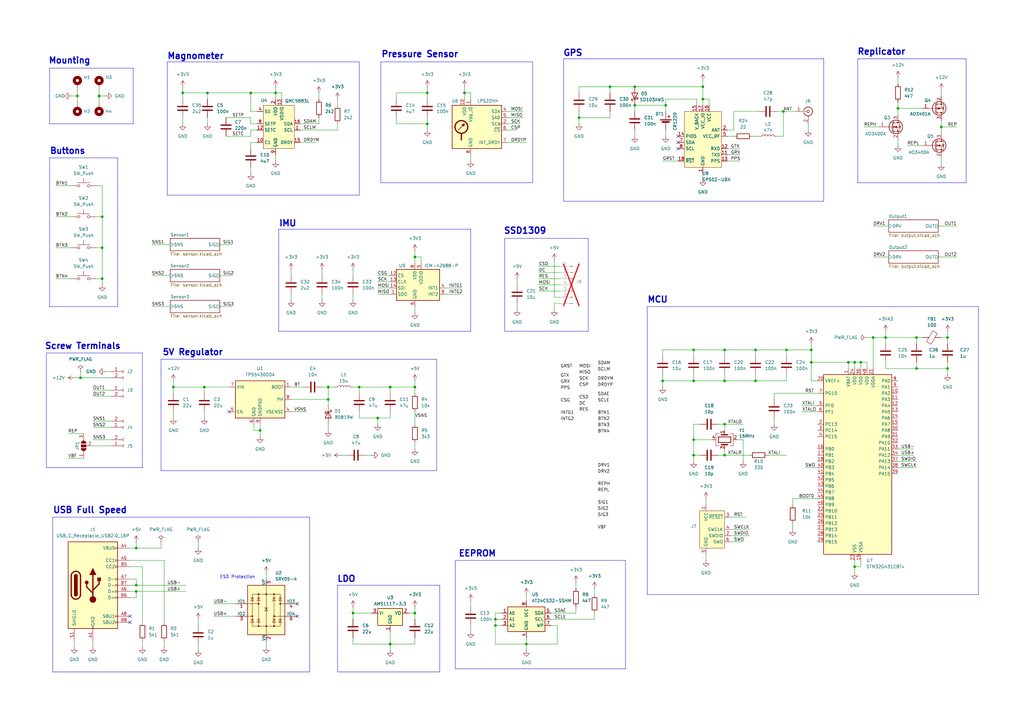
<source format=kicad_sch>
(kicad_sch (version 20231120) (generator "eeschema") (generator_version "8.0")
  (paper "A3")
  (junction (at 284.48 180.34))
  (junction (at 273.05 43.18))
  (junction (at 170.18 251.46))
  (junction (at 175.26 50.8))
  (junction (at 388.62 151.13))
  (junction (at 160.02 158.75))
  (junction (at 332.74 143.51))
  (junction (at 358.14 138.43))
  (junction (at 170.18 158.75))
  (junction (at 203.2 256.54))
  (junction (at 40.64 39.37))
  (junction (at 386.08 52.07))
  (junction (at 368.3 44.45))
  (junction (at 321.31 45.72))
  (junction (at 260.35 35.56))
  (junction (at 55.88 240.03))
  (junction (at 353.06 148.59))
  (junction (at 175.26 38.1))
  (junction (at 71.12 158.75))
  (junction (at 33.02 154.94))
  (junction (at 309.88 143.51))
  (junction (at 284.48 143.51))
  (junction (at 284.48 156.21))
  (junction (at 106.68 176.53))
  (junction (at 297.18 156.21))
  (junction (at 375.92 151.13))
  (junction (at 31.75 39.37))
  (junction (at 41.91 114.3))
  (junction (at 284.48 186.69))
  (junction (at 134.62 163.83))
  (junction (at 250.19 35.56))
  (junction (at 309.88 156.21))
  (junction (at 388.62 138.43))
  (junction (at 55.88 242.57))
  (junction (at 297.18 173.99))
  (junction (at 288.29 40.64))
  (junction (at 160.02 264.16))
  (junction (at 55.88 224.79))
  (junction (at 41.91 88.9))
  (junction (at 74.93 38.1))
  (junction (at 271.78 156.21))
  (junction (at 203.2 254))
  (junction (at 83.82 158.75))
  (junction (at 170.18 105.41))
  (junction (at 332.74 148.59))
  (junction (at 190.5 38.1))
  (junction (at 144.78 251.46))
  (junction (at 41.91 101.6))
  (junction (at 102.87 38.1))
  (junction (at 322.58 143.51))
  (junction (at 350.52 232.41))
  (junction (at 288.29 35.56))
  (junction (at 297.18 143.51))
  (junction (at 237.49 48.26))
  (junction (at 260.35 43.18))
  (junction (at 297.18 186.69))
  (junction (at 363.22 138.43))
  (junction (at 134.62 158.75))
  (junction (at 154.94 171.45))
  (junction (at 347.98 148.59))
  (junction (at 375.92 138.43))
  (junction (at 113.03 38.1))
  (junction (at 350.52 148.59))
  (junction (at 85.09 38.1))
  (junction (at 215.9 264.16))
  (junction (at 147.32 158.75))
  (no_connect (at 53.34 255.27))
  (no_connect (at 121.92 247.65))
  (no_connect (at 278.13 55.88))
  (no_connect (at 278.13 58.42))
  (no_connect (at 93.98 168.91))
  (no_connect (at 53.34 252.73))
  (no_connect (at 278.13 60.96))
  (no_connect (at 121.92 252.73))
  (wire (pts (xy 139.7 186.69) (xy 142.24 186.69)))
  (wire (pts (xy 138.43 53.34) (xy 138.43 50.8)))
  (wire (pts (xy 119.38 158.75) (xy 124.46 158.75)))
  (polyline (pts (xy 58.42 185.42) (xy 58.42 144.78)))
  (wire (pts (xy 297.18 173.99) (xy 304.8 173.99)))
  (wire (pts (xy 363.22 138.43) (xy 363.22 140.97)))
  (wire (pts (xy 363.22 138.43) (xy 375.92 138.43)))
  (wire (pts (xy 147.32 161.29) (xy 147.32 158.75)))
  (wire (pts (xy 154.94 113.03) (xy 160.02 113.03)))
  (wire (pts (xy 227.33 127) (xy 227.33 124.46)))
  (wire (pts (xy 41.91 101.6) (xy 41.91 114.3)))
  (wire (pts (xy 102.87 38.1) (xy 113.03 38.1)))
  (wire (pts (xy 109.22 234.95) (xy 109.22 237.49)))
  (wire (pts (xy 347.98 148.59) (xy 347.98 151.13)))
  (wire (pts (xy 67.31 262.89) (xy 67.31 265.43)))
  (wire (pts (xy 375.92 138.43) (xy 375.92 140.97)))
  (wire (pts (xy 105.41 53.34) (xy 102.87 53.34)))
  (wire (pts (xy 92.71 48.26) (xy 102.87 48.26)))
  (wire (pts (xy 363.22 151.13) (xy 375.92 151.13)))
  (polyline (pts (xy 58.42 144.78) (xy 19.05 144.78)))
  (wire (pts (xy 332.74 156.21) (xy 332.74 148.59)))
  (wire (pts (xy 322.58 143.51) (xy 332.74 143.51)))
  (wire (pts (xy 250.19 35.56) (xy 260.35 35.56)))
  (polyline (pts (xy 20.32 50.8) (xy 54.61 50.8)))
  (polyline (pts (xy 21.59 212.09) (xy 102.87 212.09)))
  (wire (pts (xy 154.94 171.45) (xy 147.32 171.45)))
  (wire (pts (xy 203.2 254) (xy 203.2 251.46)))
  (wire (pts (xy 328.93 166.37) (xy 335.28 166.37)))
  (polyline (pts (xy 337.82 24.13) (xy 231.14 24.13)))
  (wire (pts (xy 38.1 180.34) (xy 45.72 180.34)))
  (wire (pts (xy 368.3 57.15) (xy 368.3 59.69)))
  (wire (pts (xy 284.48 189.23) (xy 284.48 186.69)))
  (wire (pts (xy 297.18 143.51) (xy 297.18 146.05)))
  (wire (pts (xy 40.64 39.37) (xy 40.64 36.83)))
  (wire (pts (xy 220.98 119.38) (xy 229.87 119.38)))
  (wire (pts (xy 288.29 40.64) (xy 290.83 40.64)))
  (wire (pts (xy 81.28 222.25) (xy 81.28 224.79)))
  (polyline (pts (xy 138.43 240.03) (xy 138.43 275.59)))
  (wire (pts (xy 160.02 158.75) (xy 160.02 161.29)))
  (polyline (pts (xy 66.04 147.32) (xy 82.55 147.32)))
  (polyline (pts (xy 241.3 97.79) (xy 207.01 97.79)))
  (wire (pts (xy 386.08 52.07) (xy 386.08 54.61)))
  (polyline (pts (xy 20.32 27.94) (xy 20.32 50.8)))
  (wire (pts (xy 284.48 186.69) (xy 284.48 180.34)))
  (wire (pts (xy 102.87 50.8) (xy 102.87 48.26)))
  (polyline (pts (xy 231.14 50.8) (xy 231.14 82.55)))
  (wire (pts (xy 113.03 38.1) (xy 113.03 40.64)))
  (wire (pts (xy 170.18 161.29) (xy 170.18 158.75)))
  (wire (pts (xy 317.5 161.29) (xy 317.5 163.83)))
  (wire (pts (xy 154.94 115.57) (xy 160.02 115.57)))
  (wire (pts (xy 170.18 125.73) (xy 170.18 128.27)))
  (wire (pts (xy 368.3 46.99) (xy 368.3 44.45)))
  (wire (pts (xy 30.48 154.94) (xy 33.02 154.94)))
  (wire (pts (xy 39.37 76.2) (xy 41.91 76.2)))
  (polyline (pts (xy 20.32 64.77) (xy 48.26 64.77)))
  (wire (pts (xy 123.19 58.42) (xy 129.54 58.42)))
  (wire (pts (xy 41.91 76.2) (xy 41.91 88.9)))
  (wire (pts (xy 375.92 151.13) (xy 375.92 148.59)))
  (wire (pts (xy 81.28 254) (xy 81.28 256.54)))
  (polyline (pts (xy 147.32 80.01) (xy 147.32 25.4)))
  (wire (pts (xy 325.12 214.63) (xy 325.12 217.17)))
  (wire (pts (xy 220.98 114.3) (xy 229.87 114.3)))
  (wire (pts (xy 53.34 240.03) (xy 55.88 240.03)))
  (wire (pts (xy 355.6 148.59) (xy 355.6 151.13)))
  (wire (pts (xy 226.06 251.46) (xy 236.22 251.46)))
  (wire (pts (xy 220.98 111.76) (xy 229.87 111.76)))
  (wire (pts (xy 358.14 92.71) (xy 364.49 92.71)))
  (polyline (pts (xy 58.42 185.42) (xy 58.42 191.77)))
  (polyline (pts (xy 120.65 80.01) (xy 120.65 80.01)))
  (wire (pts (xy 144.78 264.16) (xy 160.02 264.16)))
  (wire (pts (xy 170.18 261.62) (xy 170.18 264.16)))
  (wire (pts (xy 308.61 55.88) (xy 311.15 55.88)))
  (wire (pts (xy 375.92 151.13) (xy 388.62 151.13)))
  (wire (pts (xy 203.2 264.16) (xy 203.2 256.54)))
  (polyline (pts (xy 114.3 100.33) (xy 114.3 135.89)))
  (wire (pts (xy 350.52 148.59) (xy 350.52 151.13)))
  (wire (pts (xy 297.18 186.69) (xy 307.34 186.69)))
  (polyline (pts (xy 127 275.59) (xy 21.59 275.59)))
  (wire (pts (xy 298.45 55.88) (xy 300.99 55.88)))
  (wire (pts (xy 368.3 41.91) (xy 368.3 44.45)))
  (wire (pts (xy 27.94 187.96) (xy 34.29 187.96)))
  (wire (pts (xy 62.23 100.33) (xy 69.85 100.33)))
  (wire (pts (xy 332.74 140.97) (xy 332.74 143.51)))
  (polyline (pts (xy 218.44 74.93) (xy 156.21 74.93)))
  (wire (pts (xy 298.45 63.5) (xy 303.53 63.5)))
  (wire (pts (xy 27.94 177.8) (xy 34.29 177.8)))
  (polyline (pts (xy 138.43 240.03) (xy 180.34 240.03)))
  (wire (pts (xy 309.88 143.51) (xy 309.88 146.05)))
  (polyline (pts (xy 193.04 106.68) (xy 193.04 135.89)))
  (polyline (pts (xy 156.21 74.93) (xy 156.21 25.4)))
  (polyline (pts (xy 20.32 27.94) (xy 54.61 27.94)))
  (wire (pts (xy 297.18 156.21) (xy 297.18 153.67)))
  (wire (pts (xy 208.28 45.72) (xy 214.63 45.72)))
  (wire (pts (xy 175.26 38.1) (xy 175.26 40.64)))
  (wire (pts (xy 144.78 120.65) (xy 144.78 123.19)))
  (wire (pts (xy 190.5 35.56) (xy 190.5 38.1)))
  (wire (pts (xy 368.3 184.15) (xy 374.65 184.15)))
  (wire (pts (xy 237.49 35.56) (xy 250.19 35.56)))
  (wire (pts (xy 33.02 152.4) (xy 33.02 154.94)))
  (wire (pts (xy 41.91 88.9) (xy 41.91 101.6)))
  (wire (pts (xy 193.04 38.1) (xy 193.04 40.64)))
  (wire (pts (xy 87.63 252.73) (xy 96.52 252.73)))
  (wire (pts (xy 113.03 38.1) (xy 115.57 38.1)))
  (wire (pts (xy 85.09 38.1) (xy 102.87 38.1)))
  (wire (pts (xy 62.23 125.73) (xy 69.85 125.73)))
  (wire (pts (xy 38.1 262.89) (xy 38.1 265.43)))
  (wire (pts (xy 386.08 49.53) (xy 386.08 52.07)))
  (wire (pts (xy 170.18 181.61) (xy 170.18 184.15)))
  (wire (pts (xy 299.72 212.09) (xy 306.07 212.09)))
  (polyline (pts (xy 231.14 24.13) (xy 231.14 50.8)))
  (wire (pts (xy 67.31 229.87) (xy 67.31 255.27)))
  (wire (pts (xy 220.98 109.22) (xy 229.87 109.22)))
  (polyline (pts (xy 54.61 50.8) (xy 54.61 27.94)))
  (wire (pts (xy 297.18 156.21) (xy 309.88 156.21)))
  (wire (pts (xy 386.08 36.83) (xy 386.08 39.37)))
  (wire (pts (xy 388.62 148.59) (xy 388.62 151.13)))
  (polyline (pts (xy 120.65 80.01) (xy 147.32 80.01)))
  (wire (pts (xy 160.02 171.45) (xy 160.02 168.91)))
  (wire (pts (xy 288.29 71.12) (xy 288.29 73.66)))
  (wire (pts (xy 147.32 158.75) (xy 160.02 158.75)))
  (polyline (pts (xy 20.32 64.77) (xy 20.32 125.73)))
  (wire (pts (xy 284.48 143.51) (xy 271.78 143.51)))
  (wire (pts (xy 273.05 43.18) (xy 273.05 40.64)))
  (wire (pts (xy 300.99 45.72) (xy 300.99 53.34)))
  (wire (pts (xy 237.49 48.26) (xy 250.19 48.26)))
  (wire (pts (xy 87.63 247.65) (xy 96.52 247.65)))
  (wire (pts (xy 284.48 156.21) (xy 297.18 156.21)))
  (wire (pts (xy 31.75 39.37) (xy 31.75 41.91)))
  (wire (pts (xy 182.88 118.11) (xy 189.23 118.11)))
  (wire (pts (xy 102.87 53.34) (xy 102.87 55.88)))
  (wire (pts (xy 350.52 232.41) (xy 353.06 232.41)))
  (wire (pts (xy 106.68 176.53) (xy 104.14 176.53)))
  (polyline (pts (xy 48.26 125.73) (xy 48.26 64.77)))
  (wire (pts (xy 317.5 161.29) (xy 335.28 161.29)))
  (wire (pts (xy 22.86 88.9) (xy 29.21 88.9)))
  (wire (pts (xy 170.18 168.91) (xy 170.18 173.99)))
  (wire (pts (xy 228.6 256.54) (xy 228.6 264.16)))
  (polyline (pts (xy 21.59 275.59) (xy 21.59 212.09)))
  (wire (pts (xy 144.78 254) (xy 144.78 251.46)))
  (wire (pts (xy 311.15 45.72) (xy 300.99 45.72)))
  (wire (pts (xy 314.96 186.69) (xy 322.58 186.69)))
  (wire (pts (xy 355.6 138.43) (xy 358.14 138.43)))
  (wire (pts (xy 250.19 35.56) (xy 250.19 38.1)))
  (wire (pts (xy 71.12 158.75) (xy 71.12 161.29)))
  (wire (pts (xy 55.88 240.03) (xy 76.2 240.03)))
  (polyline (pts (xy 19.05 191.77) (xy 58.42 191.77)))
  (polyline (pts (xy 396.24 74.93) (xy 396.24 24.13)))
  (wire (pts (xy 260.35 45.72) (xy 260.35 43.18)))
  (wire (pts (xy 226.06 256.54) (xy 228.6 256.54)))
  (polyline (pts (xy 66.04 193.04) (xy 66.04 147.32)))
  (wire (pts (xy 228.6 264.16) (xy 215.9 264.16)))
  (wire (pts (xy 271.78 143.51) (xy 271.78 146.05)))
  (wire (pts (xy 144.78 251.46) (xy 152.4 251.46)))
  (wire (pts (xy 285.75 40.64) (xy 285.75 43.18)))
  (wire (pts (xy 358.14 138.43) (xy 358.14 151.13)))
  (wire (pts (xy 53.34 229.87) (xy 67.31 229.87)))
  (wire (pts (xy 154.94 120.65) (xy 160.02 120.65)))
  (wire (pts (xy 175.26 50.8) (xy 162.56 50.8)))
  (wire (pts (xy 113.03 63.5) (xy 113.03 66.04)))
  (polyline (pts (xy 180.34 275.59) (xy 138.43 275.59)))
  (wire (pts (xy 123.19 50.8) (xy 130.81 50.8)))
  (wire (pts (xy 372.11 59.69) (xy 378.46 59.69)))
  (polyline (pts (xy 127 212.09) (xy 127 275.59)))
  (wire (pts (xy 30.48 262.89) (xy 30.48 265.43)))
  (wire (pts (xy 388.62 138.43) (xy 388.62 140.97)))
  (polyline (pts (xy 365.76 125.73) (xy 401.32 125.73)))
  (wire (pts (xy 299.72 219.71) (xy 307.34 219.71)))
  (wire (pts (xy 160.02 264.16) (xy 160.02 259.08)))
  (wire (pts (xy 271.78 153.67) (xy 271.78 156.21)))
  (wire (pts (xy 220.98 116.84) (xy 229.87 116.84)))
  (polyline (pts (xy 351.79 52.07) (xy 351.79 74.93)))
  (wire (pts (xy 81.28 264.16) (xy 81.28 266.7)))
  (polyline (pts (xy 193.04 93.98) (xy 114.3 93.98)))
  (wire (pts (xy 260.35 43.18) (xy 273.05 43.18)))
  (wire (pts (xy 297.18 186.69) (xy 294.64 186.69)))
  (wire (pts (xy 273.05 53.34) (xy 273.05 55.88)))
  (wire (pts (xy 236.22 251.46) (xy 236.22 248.92)))
  (polyline (pts (xy 231.14 82.55) (xy 337.82 82.55)))
  (wire (pts (xy 85.09 38.1) (xy 85.09 40.64)))
  (wire (pts (xy 260.35 35.56) (xy 288.29 35.56)))
  (polyline (pts (xy 207.01 110.49) (xy 207.01 135.89)))
  (polyline (pts (xy 207.01 97.79) (xy 207.01 110.49)))
  (wire (pts (xy 170.18 254) (xy 170.18 251.46)))
  (wire (pts (xy 288.29 40.64) (xy 288.29 43.18)))
  (wire (pts (xy 288.29 33.02) (xy 288.29 35.56)))
  (wire (pts (xy 144.78 261.62) (xy 144.78 264.16)))
  (wire (pts (xy 368.3 44.45) (xy 378.46 44.45)))
  (wire (pts (xy 172.72 105.41) (xy 172.72 107.95)))
  (wire (pts (xy 335.28 156.21) (xy 332.74 156.21)))
  (wire (pts (xy 33.02 154.94) (xy 45.72 154.94)))
  (wire (pts (xy 83.82 158.75) (xy 71.12 158.75)))
  (wire (pts (xy 58.42 262.89) (xy 58.42 265.43)))
  (wire (pts (xy 102.87 45.72) (xy 102.87 38.1)))
  (wire (pts (xy 298.45 60.96) (xy 303.53 60.96)))
  (wire (pts (xy 55.88 224.79) (xy 53.34 224.79)))
  (wire (pts (xy 271.78 156.21) (xy 284.48 156.21)))
  (wire (pts (xy 90.17 113.03) (xy 95.25 113.03)))
  (wire (pts (xy 162.56 38.1) (xy 162.56 40.64)))
  (wire (pts (xy 250.19 48.26) (xy 250.19 45.72)))
  (wire (pts (xy 175.26 50.8) (xy 175.26 53.34)))
  (wire (pts (xy 322.58 143.51) (xy 309.88 143.51)))
  (wire (pts (xy 132.08 110.49) (xy 132.08 113.03)))
  (wire (pts (xy 115.57 38.1) (xy 115.57 40.64)))
  (wire (pts (xy 41.91 101.6) (xy 39.37 101.6)))
  (polyline (pts (xy 20.32 125.73) (xy 48.26 125.73)))
  (wire (pts (xy 175.26 38.1) (xy 162.56 38.1)))
  (wire (pts (xy 106.68 176.53) (xy 106.68 179.07)))
  (polyline (pts (xy 351.79 74.93) (xy 396.24 74.93)))
  (wire (pts (xy 106.68 173.99) (xy 106.68 176.53)))
  (wire (pts (xy 38.1 182.88) (xy 45.72 182.88)))
  (wire (pts (xy 38.1 172.72) (xy 45.72 172.72)))
  (wire (pts (xy 53.34 237.49) (xy 55.88 237.49)))
  (polyline (pts (xy 175.26 25.4) (xy 218.44 25.4)))
  (wire (pts (xy 208.28 53.34) (xy 212.09 53.34)))
  (wire (pts (xy 208.28 50.8) (xy 213.36 50.8)))
  (wire (pts (xy 227.33 124.46) (xy 229.87 124.46)))
  (wire (pts (xy 160.02 158.75) (xy 170.18 158.75)))
  (wire (pts (xy 309.88 156.21) (xy 322.58 156.21)))
  (wire (pts (xy 208.28 58.42) (xy 215.9 58.42)))
  (wire (pts (xy 66.04 224.79) (xy 55.88 224.79)))
  (wire (pts (xy 297.18 184.15) (xy 297.18 186.69)))
  (wire (pts (xy 41.91 114.3) (xy 39.37 114.3)))
  (wire (pts (xy 154.94 171.45) (xy 160.02 171.45)))
  (wire (pts (xy 170.18 105.41) (xy 172.72 105.41)))
  (wire (pts (xy 92.71 55.88) (xy 102.87 55.88)))
  (wire (pts (xy 273.05 40.64) (xy 285.75 40.64)))
  (wire (pts (xy 119.38 163.83) (xy 134.62 163.83)))
  (wire (pts (xy 332.74 148.59) (xy 347.98 148.59)))
  (wire (pts (xy 38.1 175.26) (xy 45.72 175.26)))
  (wire (pts (xy 388.62 151.13) (xy 388.62 153.67)))
  (wire (pts (xy 193.04 256.54) (xy 193.04 259.08)))
  (wire (pts (xy 170.18 264.16) (xy 160.02 264.16)))
  (wire (pts (xy 215.9 264.16) (xy 215.9 266.7)))
  (wire (pts (xy 83.82 158.75) (xy 93.98 158.75)))
  (wire (pts (xy 299.72 217.17) (xy 307.34 217.17)))
  (polyline (pts (xy 179.07 147.32) (xy 179.07 193.04)))
  (wire (pts (xy 138.43 40.64) (xy 138.43 43.18)))
  (wire (pts (xy 144.78 110.49) (xy 144.78 113.03)))
  (wire (pts (xy 289.56 204.47) (xy 289.56 207.01)))
  (wire (pts (xy 85.09 48.26) (xy 85.09 50.8)))
  (wire (pts (xy 318.77 55.88) (xy 321.31 55.88)))
  (polyline (pts (xy 68.58 80.01) (xy 120.65 80.01)))
  (wire (pts (xy 119.38 168.91) (xy 125.73 168.91)))
  (wire (pts (xy 350.52 229.87) (xy 350.52 232.41)))
  (wire (pts (xy 170.18 156.21) (xy 170.18 158.75)))
  (wire (pts (xy 325.12 204.47) (xy 335.28 204.47)))
  (wire (pts (xy 175.26 48.26) (xy 175.26 50.8)))
  (wire (pts (xy 325.12 207.01) (xy 325.12 204.47)))
  (wire (pts (xy 384.81 92.71) (xy 392.43 92.71)))
  (wire (pts (xy 368.3 189.23) (xy 375.92 189.23)))
  (wire (pts (xy 170.18 102.87) (xy 170.18 105.41)))
  (wire (pts (xy 215.9 264.16) (xy 203.2 264.16)))
  (wire (pts (xy 237.49 48.26) (xy 237.49 50.8)))
  (wire (pts (xy 55.88 222.25) (xy 55.88 224.79)))
  (wire (pts (xy 300.99 53.34) (xy 298.45 53.34)))
  (wire (pts (xy 208.28 48.26) (xy 214.63 48.26)))
  (wire (pts (xy 31.75 39.37) (xy 31.75 36.83)))
  (polyline (pts (xy 265.43 125.73) (xy 265.43 243.84)))
  (wire (pts (xy 347.98 148.59) (xy 350.52 148.59)))
  (wire (pts (xy 193.04 63.5) (xy 193.04 66.04)))
  (wire (pts (xy 318.77 45.72) (xy 321.31 45.72)))
  (wire (pts (xy 363.22 148.59) (xy 363.22 151.13)))
  (polyline (pts (xy 241.3 135.89) (xy 241.3 97.79)))
  (wire (pts (xy 386.08 52.07) (xy 392.43 52.07)))
  (wire (pts (xy 226.06 254) (xy 243.84 254)))
  (wire (pts (xy 170.18 251.46) (xy 167.64 251.46)))
  (wire (pts (xy 190.5 38.1) (xy 190.5 40.64)))
  (polyline (pts (xy 19.05 144.78) (xy 19.05 191.77)))
  (wire (pts (xy 288.29 35.56) (xy 288.29 40.64)))
  (wire (pts (xy 353.06 232.41) (xy 353.06 229.87)))
  (polyline (pts (xy 82.55 147.32) (xy 179.07 147.32)))
  (wire (pts (xy 55.88 237.49) (xy 55.88 240.03)))
  (polyline (pts (xy 265.43 243.84) (xy 401.32 243.84)))
  (wire (pts (xy 354.33 52.07) (xy 360.68 52.07)))
  (wire (pts (xy 74.93 35.56) (xy 74.93 38.1)))
  (wire (pts (xy 134.62 163.83) (xy 134.62 158.75)))
  (wire (pts (xy 182.88 120.65) (xy 189.23 120.65)))
  (wire (pts (xy 304.8 180.34) (xy 302.26 180.34)))
  (wire (pts (xy 175.26 35.56) (xy 175.26 38.1)))
  (wire (pts (xy 273.05 45.72) (xy 273.05 43.18)))
  (wire (pts (xy 113.03 35.56) (xy 113.03 38.1)))
  (wire (pts (xy 41.91 114.3) (xy 41.91 116.84)))
  (wire (pts (xy 237.49 45.72) (xy 237.49 48.26)))
  (wire (pts (xy 109.22 262.89) (xy 109.22 265.43)))
  (wire (pts (xy 298.45 66.04) (xy 303.53 66.04)))
  (wire (pts (xy 227.33 106.68) (xy 227.33 121.92)))
  (wire (pts (xy 331.47 50.8) (xy 331.47 53.34)))
  (wire (pts (xy 134.62 158.75) (xy 137.16 158.75)))
  (wire (pts (xy 41.91 88.9) (xy 39.37 88.9)))
  (wire (pts (xy 134.62 166.37) (xy 134.62 163.83)))
  (wire (pts (xy 83.82 161.29) (xy 83.82 158.75)))
  (wire (pts (xy 160.02 264.16) (xy 160.02 266.7)))
  (polyline (pts (xy 114.3 135.89) (xy 193.04 135.89)))
  (polyline (pts (xy 186.69 240.03) (xy 186.69 274.32)))
  (wire (pts (xy 317.5 171.45) (xy 317.5 173.99)))
  (wire (pts (xy 212.09 127) (xy 212.09 124.46)))
  (wire (pts (xy 290.83 40.64) (xy 290.83 43.18)))
  (polyline (pts (xy 179.07 193.04) (xy 66.04 193.04)))
  (wire (pts (xy 22.86 114.3) (xy 29.21 114.3)))
  (wire (pts (xy 297.18 143.51) (xy 284.48 143.51)))
  (wire (pts (xy 243.84 251.46) (xy 243.84 254)))
  (polyline (pts (xy 68.58 25.4) (xy 78.74 25.4)))
  (wire (pts (xy 368.3 186.69) (xy 374.65 186.69)))
  (wire (pts (xy 66.04 222.25) (xy 66.04 224.79)))
  (wire (pts (xy 132.08 120.65) (xy 132.08 123.19)))
  (polyline (pts (xy 186.69 229.87) (xy 186.69 240.03)))
  (wire (pts (xy 90.17 100.33) (xy 95.25 100.33)))
  (polyline (pts (xy 401.32 243.84) (xy 401.32 125.73)))
  (polyline (pts (xy 365.76 125.73) (xy 265.43 125.73)))
  (wire (pts (xy 203.2 251.46) (xy 205.74 251.46)))
  (wire (pts (xy 330.2 191.77) (xy 335.28 191.77)))
  (wire (pts (xy 284.48 180.34) (xy 284.48 173.99)))
  (wire (pts (xy 43.18 39.37) (xy 40.64 39.37)))
  (wire (pts (xy 55.88 245.11) (xy 55.88 242.57)))
  (wire (pts (xy 284.48 173.99) (xy 287.02 173.99)))
  (wire (pts (xy 102.87 68.58) (xy 102.87 71.12)))
  (wire (pts (xy 170.18 248.92) (xy 170.18 251.46)))
  (wire (pts (xy 130.81 50.8) (xy 130.81 48.26)))
  (wire (pts (xy 43.18 152.4) (xy 45.72 152.4)))
  (wire (pts (xy 83.82 168.91) (xy 83.82 171.45)))
  (wire (pts (xy 215.9 243.84) (xy 215.9 246.38)))
  (wire (pts (xy 368.3 31.75) (xy 368.3 34.29)))
  (wire (pts (xy 119.38 120.65) (xy 119.38 123.19)))
  (wire (pts (xy 322.58 153.67) (xy 322.58 156.21)))
  (wire (pts (xy 284.48 186.69) (xy 287.02 186.69)))
  (wire (pts (xy 299.72 222.25) (xy 304.8 222.25)))
  (wire (pts (xy 243.84 241.3) (xy 243.84 243.84)))
  (wire (pts (xy 203.2 256.54) (xy 203.2 254)))
  (wire (pts (xy 328.93 168.91) (xy 335.28 168.91)))
  (wire (pts (xy 386.08 138.43) (xy 388.62 138.43)))
  (wire (pts (xy 144.78 248.92) (xy 144.78 251.46)))
  (wire (pts (xy 237.49 35.56) (xy 237.49 38.1)))
  (wire (pts (xy 353.06 148.59) (xy 355.6 148.59)))
  (polyline (pts (xy 256.54 274.32) (xy 256.54 229.87)))
  (wire (pts (xy 203.2 254) (xy 205.74 254)))
  (polyline (pts (xy 256.54 229.87) (xy 186.69 229.87)))
  (wire (pts (xy 147.32 158.75) (xy 144.78 158.75)))
  (wire (pts (xy 375.92 138.43) (xy 378.46 138.43)))
  (wire (pts (xy 58.42 255.27) (xy 58.42 232.41)))
  (wire (pts (xy 134.62 158.75) (xy 132.08 158.75)))
  (wire (pts (xy 363.22 138.43) (xy 358.14 138.43)))
  (wire (pts (xy 358.14 105.41) (xy 364.49 105.41)))
  (wire (pts (xy 271.78 66.04) (xy 278.13 66.04)))
  (polyline (pts (xy 156.21 25.4) (xy 175.26 25.4)))
  (wire (pts (xy 154.94 171.45) (xy 154.94 173.99)))
  (wire (pts (xy 147.32 171.45) (xy 147.32 168.91)))
  (wire (pts (xy 62.23 113.03) (xy 69.85 113.03)))
  (wire (pts (xy 90.17 125.73) (xy 95.25 125.73)))
  (wire (pts (xy 71.12 156.21) (xy 71.12 158.75)))
  (wire (pts (xy 74.93 38.1) (xy 85.09 38.1)))
  (wire (pts (xy 203.2 256.54) (xy 205.74 256.54)))
  (polyline (pts (xy 68.58 33.02) (xy 68.58 80.01)))
  (wire (pts (xy 53.34 245.11) (xy 55.88 245.11)))
  (wire (pts (xy 40.64 39.37) (xy 40.64 41.91)))
  (polyline (pts (xy 68.58 25.4) (xy 68.58 33.02)))
  (wire (pts (xy 309.88 156.21) (xy 309.88 153.67)))
  (wire (pts (xy 55.88 242.57) (xy 76.2 242.57)))
  (wire (pts (xy 102.87 58.42) (xy 105.41 58.42)))
  (wire (pts (xy 350.52 232.41) (xy 350.52 234.95)))
  (wire (pts (xy 271.78 156.21) (xy 271.78 158.75)))
  (polyline (pts (xy 180.34 240.03) (xy 180.34 275.59)))
  (wire (pts (xy 321.31 45.72) (xy 326.39 45.72)))
  (polyline (pts (xy 337.82 82.55) (xy 337.82 24.13)))
  (wire (pts (xy 386.08 64.77) (xy 386.08 67.31)))
  (wire (pts (xy 236.22 238.76) (xy 236.22 241.3)))
  (wire (pts (xy 58.42 232.41) (xy 53.34 232.41)))
  (wire (pts (xy 284.48 143.51) (xy 284.48 146.05)))
  (wire (pts (xy 350.52 148.59) (xy 353.06 148.59)))
  (wire (pts (xy 190.5 38.1) (xy 193.04 38.1)))
  (wire (pts (xy 123.19 53.34) (xy 138.43 53.34)))
  (polyline (pts (xy 193.04 106.68) (xy 193.04 93.98)))
  (polyline (pts (xy 147.32 25.4) (xy 78.74 25.4)))
  (wire (pts (xy 134.62 173.99) (xy 134.62 176.53)))
  (wire (pts (xy 38.1 162.56) (xy 45.72 162.56)))
  (wire (pts (xy 193.04 246.38) (xy 193.04 248.92)))
  (wire (pts (xy 227.33 121.92) (xy 229.87 121.92)))
  (wire (pts (xy 162.56 50.8) (xy 162.56 48.26)))
  (wire (pts (xy 289.56 227.33) (xy 289.56 229.87)))
  (wire (pts (xy 260.35 53.34) (xy 260.35 55.88)))
  (wire (pts (xy 149.86 186.69) (xy 152.4 186.69)))
  (wire (pts (xy 284.48 153.67) (xy 284.48 156.21)))
  (wire (pts (xy 332.74 143.51) (xy 332.74 148.59)))
  (polyline (pts (xy 396.24 24.13) (xy 351.79 24.13)))
  (wire (pts (xy 297.18 173.99) (xy 297.18 176.53)))
  (polyline (pts (xy 207.01 135.89) (xy 241.3 135.89)))
  (wire (pts (xy 322.58 146.05) (xy 322.58 143.51)))
  (wire (pts (xy 74.93 38.1) (xy 74.93 40.64)))
  (wire (pts (xy 130.81 38.1) (xy 130.81 40.64)))
  (wire (pts (xy 154.94 118.11) (xy 160.02 118.11)))
  (wire (pts (xy 74.93 48.26) (xy 74.93 50.8)))
  (wire (pts (xy 104.14 176.53) (xy 104.14 173.99)))
  (wire (pts (xy 38.1 160.02) (xy 45.72 160.02)))
  (polyline (pts (xy 186.69 274.32) (xy 256.54 274.32)))
  (wire (pts (xy 105.41 45.72) (xy 102.87 45.72)))
  (wire (pts (xy 321.31 55.88) (xy 321.31 45.72)))
  (wire (pts (xy 304.8 180.34) (xy 304.8 189.23)))
  (wire (pts (xy 22.86 101.6) (xy 29.21 101.6)))
  (wire (pts (xy 353.06 148.59) (xy 353.06 151.13)))
  (wire (pts (xy 384.81 105.41) (xy 392.43 105.41)))
  (polyline (pts (xy 218.44 25.4) (xy 218.44 74.93)))
  (wire (pts (xy 368.3 191.77) (xy 375.92 191.77)))
  (wire (pts (xy 105.41 50.8) (xy 102.87 50.8)))
  (wire (pts (xy 215.9 261.62) (xy 215.9 264.16)))
  (wire (pts (xy 29.21 39.37) (xy 31.75 39.37)))
  (wire (pts (xy 53.34 242.57) (xy 55.88 242.57)))
  (wire (pts (xy 297.18 173.99) (xy 294.64 173.99)))
  (wire (pts (xy 102.87 60.96) (xy 102.87 58.42)))
  (wire (pts (xy 284.48 180.34) (xy 292.1 180.34)))
  (wire (pts (xy 388.62 135.89) (xy 388.62 138.43)))
  (wire (pts (xy 170.18 105.41) (xy 170.18 107.95)))
  (wire (pts (xy 22.86 76.2) (xy 29.21 76.2)))
  (polyline (pts (xy 102.87 212.09) (xy 127 212.09)))
  (wire (pts (xy 309.88 143.51) (xy 297.18 143.51)))
  (wire (pts (xy 119.38 110.49) (xy 119.38 113.03)))
  (wire (pts (xy 363.22 135.89) (xy 363.22 138.43)))
  (wire (pts (xy 212.09 114.3) (xy 212.09 116.84)))
  (polyline (pts (xy 114.3 93.98) (xy 114.3 100.33)))
  (wire (pts (xy 71.12 168.91) (xy 71.12 171.45)))
  (polyline (pts (xy 351.79 24.13) (xy 351.79 52.07)))
  (text "5V Regulator" (at 66.548 146.05 0) (effects (font (size 2.5 2.5) (thickness 0.5) (bold yes)) (justify left bottom)))
  (text "Mounting" (at 19.812 26.416 0) (effects (font (size 2.5 2.5) (thickness 0.5) (bold yes)) (justify left bottom)))
  (text "USB Full Speed" (at 21.59 210.82 0) (effects (font (size 2.54 2.54) (thickness 0.508) (bold yes)) (justify left bottom)))
  (text "Buttons" (at 20.32 63.5 0) (effects (font (size 2.5 2.5) (thickness 0.5) (bold yes)) (justify left bottom)))
  (text "Magnometer" (at 80.264 23.114 0) (effects (font (size 2.54 2.54) (thickness 0.508) (bold yes))))
  (text "Screw Terminals" (at 18.288 143.51 0) (effects (font (size 2.5 2.5) (thickness 0.5) (bold yes)) (justify left bottom)))
  (text "ESD Protection" (at 90.17 237.49 0) (effects (font (size 1.27 1.27)) (justify left bottom)))
  (text "GPS" (at 230.886 21.844 0) (effects (font (size 2.54 2.54) (thickness 0.508) (bold yes)) (justify left)))
  (text "SSD1309" (at 206.502 96.266 0) (effects (font (size 2.54 2.54) (thickness 0.508) (bold yes)) (justify left bottom)))
  (text "Pressure Sensor" (at 172.212 22.352 0) (effects (font (size 2.54 2.54) (thickness 0.508) (bold yes))))
  (text "IMU" (at 114.3 93.218 0) (effects (font (size 2.54 2.54) (thickness 0.508) (bold yes)) (justify left bottom)))
  (text "Replicator" (at 351.536 21.336 0) (effects (font (size 2.54 2.54) (thickness 0.508) (bold yes)) (justify left)))
  (text "LDO" (at 138.176 239.014 0) (effects (font (size 2.5 2.5) (thickness 0.5) (bold yes)) (justify left bottom)))
  (text "MCU" (at 265.43 124.46 0) (effects (font (size 2.5 2.5) (thickness 0.5) (bold yes)) (justify left bottom)))
  (text "EEPROM" (at 187.96 228.6 0) (effects (font (size 2.5 2.5) (thickness 0.5) (bold yes)) (justify left bottom)))
  (label "SWDIO" (at 369.57 189.23 0))
  (label "SNS2" (at 38.1 175.26 0))
  (label "SCLE" (at 227.33 254 0))
  (label "SCLM" (at 124.46 53.34 0))
  (label "SWO" (at 330.2 191.77 0))
  (label "REPL" (at 372.11 59.69 0))
  (label "SDAM" (at 124.46 50.8 0))
  (label "SIG1" (at 91.44 100.33 0))
  (label "SIG2" (at 91.44 113.03 0))
  (label "SWO" (at 300.99 222.25 0))
  (label "RST" (at 330.2 161.29 0))
  (label "XTALR" (at 298.45 186.69 0))
  (label "REP" (at 27.94 177.8 0))
  (label "SDAE" (at 245.11 162.56 0))
  (label "SETP" (at 95.25 48.26 0))
  (label "SNS1" (at 38.1 172.72 0))
  (label "DRV2" (at 245.11 194.31 0))
  (label "INTG2" (at 184.15 120.65 0))
  (label "SDAM" (at 245.11 149.86 0))
  (label "SNS1" (at 62.23 100.33 0))
  (label "BOOT0" (at 327.66 204.47 0))
  (label "RST" (at 300.99 212.09 0))
  (label "CSD" (at 237.49 163.83 0))
  (label "BT" (at 120.65 158.75 0))
  (label "BTN4" (at 245.11 177.8 0))
  (label "GRST" (at 229.87 151.13 0))
  (label "BTN2" (at 245.11 172.72 0))
  (label "MISO" (at 154.94 120.65 0))
  (label "REPL" (at 245.11 201.93 0))
  (label "BTN3" (at 22.86 101.6 0))
  (label "SCLE" (at 245.11 165.1 0))
  (label "INTG2" (at 229.87 172.72 0))
  (label "BTN1" (at 245.11 170.18 0))
  (label "XTALI" (at 314.96 186.69 0))
  (label "BTN4" (at 22.86 114.3 0))
  (label "SCK" (at 209.55 50.8 0))
  (label "SETC" (at 95.25 55.88 0))
  (label "SNS3" (at 62.23 125.73 0))
  (label "OUT1" (at 38.1 160.02 0))
  (label "OUT2" (at 387.35 105.41 0))
  (label "SWCLK" (at 369.57 191.77 0))
  (label "USB+" (at 68.58 242.57 0))
  (label "SNS2" (at 62.23 113.03 0))
  (label "SCK" (at 220.98 119.38 0))
  (label "DRV2" (at 358.14 105.41 0))
  (label "MISO" (at 237.49 153.67 0))
  (label "GRX" (at 229.87 157.48 0))
  (label "DC" (at 237.49 166.37 0))
  (label "SIG3" (at 91.44 125.73 0))
  (label "PPS" (at 229.87 160.02 0))
  (label "REPH" (at 354.33 52.07 0))
  (label "DRV1" (at 245.11 191.77 0))
  (label "GTX" (at 299.72 60.96 0))
  (label "CSP" (at 237.49 158.75 0))
  (label "RES" (at 220.98 114.3 0))
  (label "GRST" (at 271.78 66.04 0))
  (label "REP" (at 388.62 52.07 0))
  (label "XTALO" (at 298.45 173.99 0))
  (label "VSNS" (at 120.65 168.91 0))
  (label "DRDYP" (at 209.55 58.42 0))
  (label "VSNS" (at 170.18 171.45 0))
  (label "VBF" (at 245.11 217.17 0))
  (label "INTG1" (at 184.15 118.11 0))
  (label "CSD" (at 220.98 109.22 0))
  (label "ANT" (at 321.31 45.72 0))
  (label "SCLM" (at 245.11 152.4 0))
  (label "CSG" (at 229.87 165.1 0))
  (label "MOSI" (at 209.55 45.72 0))
  (label "SIG2" (at 245.11 209.55 0))
  (label "SWCLK" (at 300.99 217.17 0))
  (label "SCK" (at 154.94 115.57 0))
  (label "PPS" (at 299.72 66.04 0))
  (label "USB+" (at 369.57 186.69 0))
  (label "SIG3" (at 245.11 212.09 0))
  (label "INTG1" (at 229.87 170.18 0))
  (label "DRDYM" (at 124.46 58.42 0))
  (label "SIG1" (at 245.11 207.01 0))
  (label "BTN3" (at 245.11 175.26 0))
  (label "CSP" (at 209.55 53.34 0))
  (label "XTALI" (at 328.93 166.37 0))
  (label "DRDYP" (at 245.11 158.75 0))
  (label "VBF" (at 27.94 187.96 0))
  (label "USB-" (at 369.57 184.15 0))
  (label "SNS3" (at 38.1 180.34 0))
  (label "OUT1" (at 387.35 92.71 0))
  (label "REPH" (at 245.11 199.39 0))
  (label "MISO" (at 209.55 48.26 0))
  (label "USB+" (at 87.63 252.73 0))
  (label "MOSI" (at 237.49 151.13 0))
  (label "SCK" (at 237.49 156.21 0))
  (label "OUT2" (at 38.1 162.56 0))
  (label "GTX" (at 229.87 154.94 0))
  (label "CSG" (at 154.94 113.03 0))
  (label "MOSI" (at 220.98 116.84 0))
  (label "XTALO" (at 328.93 168.91 0))
  (label "DRV1" (at 358.14 92.71 0))
  (label "RES" (at 237.49 168.91 0))
  (label "MOSI" (at 154.94 118.11 0))
  (label "USB-" (at 68.58 240.03 0))
  (label "BTN1" (at 22.86 76.2 0))
  (label "SDAE" (at 227.33 251.46 0))
  (label "BTN2" (at 22.86 88.9 0))
  (label "DRDYM" (at 245.11 156.21 0))
  (label "GRX" (at 299.72 63.5 0))
  (label "USB-" (at 87.63 247.65 0))
  (label "DC" (at 220.98 111.76 0))
  (label "SWDIO" (at 300.99 219.71 0))
  (symbol (lib_name "GND_7") (lib_id "power:GND") (at 81.28 266.7 0) (unit 1)
    (property "Reference" "#PWR016" (effects (hide yes)))
    (property "Value" "GND" (at 81.28 271.78 0))
    (property "Description" "Power symbol creates a global label with name \"GND\" , ground" (effects (hide yes)))
  )
  (symbol (lib_id "Device:C") (at 128.27 158.75 90) (unit 1)
    (property "Reference" "C4" (at 128.27 151.13 90))
    (property "Value" "10n" (at 128.27 153.67 90))
    (property "Footprint" "Capacitor_SMD:C_0402_1005Metric" (effects (hide yes)))
    (property "Description" "Unpolarized capacitor" (effects (hide yes)))
    (property "LCSC" "C15195" (effects (hide yes)))
  )
  (symbol (lib_id "Device:C") (at 260.35 49.53 0) (unit 1)
    (property "Reference" "C31" (at 264.16 48.2599 0) (effects (justify left)))
    (property "Value" "100n" (at 264.16 50.7999 0) (effects (justify left)))
    (property "Footprint" "Capacitor_SMD:C_0402_1005Metric" (effects (hide yes)))
    (property "Description" "Unpolarized capacitor" (effects (hide yes)))
    (property "LCSC" "C1525" (effects (hide yes)))
  )
  (symbol (lib_id "Connector:Conn_ARM_SWD_TagConnect_TC2030-NL") (at 292.1 217.17 0) (unit 1) (in_bom no)
    (property "Reference" "J7" (at 285.75 215.8999 0) (effects (justify right)))
    (property "Value" "Conn_ARM_SWD_TagConnect_TC2030-NL" (effects (hide yes)))
    (property "Footprint" "Connector:Tag-Connect_TC2030-IDC-NL_2x03_P1.27mm_Vertical" (effects (hide yes)))
    (property "Datasheet" "https://www.tag-connect.com/wp-content/uploads/bsk-pdf-manager/TC2030-CTX_1.pdf" (effects (hide yes)))
    (property "Description" "Tag-Connect ARM Cortex SWD JTAG connector, 6 pin, no legs" (effects (hide yes)))
  )
  (symbol (lib_id "power:GND") (at 152.4 186.69 90) (unit 1)
    (property "Reference" "#PWR028" (effects (hide yes)))
    (property "Value" "GND" (at 156.21 186.6899 90) (effects (justify right)))
    (property "Description" "Power symbol creates a global label with name \"GND\" , ground" (effects (hide yes)))
  )
  (symbol (lib_id "Device:C") (at 144.78 257.81 0) (unit 1)
    (property "Reference" "C6" (at 148.59 256.5399 0) (effects (justify left)))
    (property "Value" "22u" (at 148.59 259.0799 0) (effects (justify left)))
    (property "Footprint" "Capacitor_SMD:C_0805_2012Metric" (effects (hide yes)))
    (property "Description" "Unpolarized capacitor" (effects (hide yes)))
    (property "LCSC" "C45783" (effects (hide yes)))
  )
  (symbol (lib_id "Connector:Conn_01x02_Socket") (at 50.8 160.02 0) (unit 1)
    (property "Reference" "J3" (at 52.07 160.0199 0) (effects (justify left)))
    (property "Value" "Conn_01x02_Socket" (effects (hide yes)))
    (property "Footprint" "User_Footprints:WJ126V-5.0-2P" (effects (hide yes)))
    (property "Description" "Generic connector, single row, 01x02, script generated" (effects (hide yes)))
    (property "LCSC" "C8404" (effects (hide yes)))
  )
  (symbol (lib_id "power:+3V3") (at 74.93 35.56 0) (unit 1)
    (property "Reference" "#PWR024" (effects (hide yes)))
    (property "Value" "+3V3" (at 74.93 30.48 0))
    (property "Description" "Power symbol creates a global label with name \"+3V3\"" (effects (hide yes)))
  )
  (symbol (lib_id "Device:C") (at 160.02 165.1 0) (unit 1)
    (property "Reference" "C11" (at 163.83 163.8299 0) (effects (justify left)))
    (property "Value" "47u" (at 163.83 166.3699 0) (effects (justify left)))
    (property "Footprint" "Capacitor_SMD:C_1206_3216Metric" (effects (hide yes)))
    (property "Description" "Unpolarized capacitor" (effects (hide yes)))
    (property "LCSC" "C96123" (effects (hide yes)))
  )
  (symbol (lib_id "Device:C") (at 388.62 144.78 0) (unit 1)
    (property "Reference" "C27" (at 393.7 143.5099 0) (effects (justify left)))
    (property "Value" "1u" (at 393.7 146.0499 0) (effects (justify left)))
    (property "Footprint" "Capacitor_SMD:C_0402_1005Metric" (effects (hide yes)))
    (property "Description" "Unpolarized capacitor" (effects (hide yes)))
    (property "LCSC" "C52923" (effects (hide yes)))
  )
  (symbol (lib_id "power:+3V3") (at 138.43 40.64 0) (unit 1)
    (property "Reference" "#PWR038" (effects (hide yes)))
    (property "Value" "+3V3" (at 138.43 35.56 0))
    (property "Description" "Power symbol creates a global label with name \"+3V3\"" (effects (hide yes)))
  )
  (symbol (lib_id "power:GND") (at 175.26 53.34 0) (unit 1)
    (property "Reference" "#PWR044" (effects (hide yes)))
    (property "Value" "GND" (at 175.26 58.42 0))
    (property "Description" "Power symbol creates a global label with name \"GND\" , ground" (effects (hide yes)))
  )
  (symbol (lib_id "User_Symbols:QMC5883L") (at 107.95 43.18 0) (unit 1)
    (property "Reference" "U4" (at 106.934 41.148 0) (effects (justify left)))
    (property "Value" "QMC5883L" (at 116.84 41.402 0) (effects (justify left)))
    (property "Footprint" "Package_LGA:LGA-16_3x3mm_P0.5mm" (effects (hide yes)))
    (property "Datasheet" "https://wmsc.lcsc.com/wmsc/upload/file/pdf/v2/lcsc/2012221837_QST-QMC5883L_C976032.pdf" (effects (hide yes)))
    (property "Description" "Three Axis Magnometer" (effects (hide yes)))
  )
  (symbol (lib_id "power:GND") (at 170.18 128.27 0) (unit 1)
    (property "Reference" "#PWR088" (effects (hide yes)))
    (property "Value" "GND" (at 170.18 133.35 0))
    (property "Description" "Power symbol creates a global label with name \"GND\" , ground" (effects (hide yes)))
  )
  (symbol (lib_id "power:GND") (at 386.08 67.31 0) (unit 1)
    (property "Reference" "#PWR066" (effects (hide yes)))
    (property "Value" "GND" (at 386.08 72.39 0))
    (property "Description" "Power symbol creates a global label with name \"GND\" , ground" (effects (hide yes)))
  )
  (symbol (lib_id "power:+5V") (at 227.33 106.68 0) (unit 1)
    (property "Reference" "#PWR057" (effects (hide yes)))
    (property "Value" "+5V" (at 227.33 101.6 0))
    (property "Description" "Power symbol creates a global label with name \"+5V\"" (effects (hide yes)))
  )
  (symbol (lib_id "power:GND") (at 388.62 153.67 0) (unit 1)
    (property "Reference" "#PWR068" (effects (hide yes)))
    (property "Value" "GND" (at 388.62 158.75 0))
    (property "Description" "Power symbol creates a global label with name \"GND\" , ground" (effects (hide yes)))
  )
  (symbol (lib_id "power:+5V") (at 144.78 248.92 0) (unit 1)
    (property "Reference" "#PWR027" (effects (hide yes)))
    (property "Value" "+5V" (at 144.78 243.84 0))
    (property "Description" "Power symbol creates a global label with name \"+5V\"" (effects (hide yes)))
  )
  (symbol (lib_id "power:PWR_FLAG") (at 66.04 222.25 0) (unit 1)
    (property "Reference" "#FLG02" (effects (hide yes)))
    (property "Value" "PWR_FLAG" (at 66.04 217.17 0))
    (property "Description" "Special symbol for telling ERC where power comes from" (effects (hide yes)))
  )
  (symbol (lib_id "Connector:Conn_01x02_Socket") (at 50.8 175.26 0) (mirror x) (unit 1)
    (property "Reference" "J4" (at 52.07 175.2601 0) (effects (justify left)))
    (property "Value" "Conn_01x02_Socket" (effects (hide yes)))
    (property "Footprint" "User_Footprints:WJ126V-5.0-2P" (effects (hide yes)))
    (property "Description" "Generic connector, single row, 01x02, script generated" (effects (hide yes)))
    (property "LCSC" "C8404" (effects (hide yes)))
  )
  (symbol (lib_id "Device:C") (at 271.78 149.86 0) (unit 1)
    (property "Reference" "C16" (at 275.59 148.5899 0) (effects (justify left)))
    (property "Value" "10u" (at 275.59 151.1299 0) (effects (justify left)))
    (property "Footprint" "Capacitor_SMD:C_0603_1608Metric" (effects (hide yes)))
    (property "Description" "Unpolarized capacitor" (effects (hide yes)))
    (property "LCSC" "C19702" (effects (hide yes)))
  )
  (symbol (lib_id "Device:C") (at 147.32 165.1 0) (unit 1)
    (property "Reference" "C9" (at 151.13 163.8299 0) (effects (justify left)))
    (property "Value" "47u" (at 151.13 166.3699 0) (effects (justify left)))
    (property "Footprint" "Capacitor_SMD:C_1206_3216Metric" (effects (hide yes)))
    (property "Description" "Unpolarized capacitor" (effects (hide yes)))
    (property "LCSC" "C96123" (effects (hide yes)))
  )
  (symbol (lib_id "Device:R") (at 138.43 46.99 0) (unit 1)
    (property "Reference" "R7" (at 140.97 45.7199 0) (effects (justify left)))
    (property "Value" "2k2" (at 140.97 48.2599 0) (effects (justify left)))
    (property "Footprint" "Resistor_SMD:R_0402_1005Metric" (effects (hide yes)))
    (property "Description" "Resistor" (effects (hide yes)))
    (property "LCSC" "C25879" (effects (hide yes)))
  )
  (symbol (lib_id "Connector:Conn_Coaxial") (at 331.47 45.72 0) (unit 1)
    (property "Reference" "J6" (at 330.2 41.402 0) (effects (justify left)))
    (property "Value" "Conn_Coaxial" (effects (hide yes)))
    (property "Footprint" "User_Footprints:BWSMA-KWE-Z001" (effects (hide yes)))
    (property "Description" "coaxial connector (BNC, SMA, SMB, SMC, Cinch/RCA, LEMO, ...)" (effects (hide yes)))
    (property "LCSC" "C496551" (effects (hide yes)))
  )
  (symbol (lib_id "power:+3V3") (at 288.29 33.02 0) (unit 1)
    (property "Reference" "#PWR086" (effects (hide yes)))
    (property "Value" "+3V3" (at 288.29 27.94 0))
    (property "Description" "Power symbol creates a global label with name \"+3V3\"" (effects (hide yes)))
  )
  (symbol (lib_id "power:GND") (at 102.87 71.12 0) (unit 1)
    (property "Reference" "#PWR030" (effects (hide yes)))
    (property "Value" "GND" (at 102.87 76.2 0))
    (property "Description" "Power symbol creates a global label with name \"GND\" , ground" (effects (hide yes)))
  )
  (symbol (lib_id "Mechanical:MountingHole_Pad") (at 40.64 34.29 0) (unit 1) (exclude_from_sim yes) (in_bom no)
    (property "Reference" "H3" (at 43.18 31.7499 0) (effects (justify left)))
    (property "Value" "MountingHole_Pad" (effects (hide yes)))
    (property "Footprint" "MountingHole:MountingHole_5.3mm_M5_ISO7380_Pad" (effects (hide yes)))
    (property "Description" "Mounting Hole with connection" (effects (hide yes)))
  )
  (symbol (lib_name "GND_10") (lib_id "power:GND") (at 58.42 265.43 0) (unit 1)
    (property "Reference" "#PWR09" (effects (hide yes)))
    (property "Value" "GND" (at 58.42 270.51 0))
    (property "Description" "Power symbol creates a global label with name \"GND\" , ground" (effects (hide yes)))
  )
  (symbol (lib_id "power:GND") (at 368.3 59.69 0) (unit 1)
    (property "Reference" "#PWR064" (effects (hide yes)))
    (property "Value" "GND" (at 368.3 64.77 0))
    (property "Description" "Power symbol creates a global label with name \"GND\" , ground" (effects (hide yes)))
  )
  (symbol (lib_name "GND_5") (lib_id "power:GND") (at 30.48 265.43 0) (unit 1)
    (property "Reference" "#PWR03" (effects (hide yes)))
    (property "Value" "GND" (at 30.48 270.51 0))
    (property "Description" "Power symbol creates a global label with name \"GND\" , ground" (effects (hide yes)))
  )
  (symbol (lib_id "power:GND") (at 193.04 66.04 0) (unit 1)
    (property "Reference" "#PWR048" (effects (hide yes)))
    (property "Value" "GND" (at 193.04 71.12 0))
    (property "Description" "Power symbol creates a global label with name \"GND\" , ground" (effects (hide yes)))
  )
  (symbol (lib_id "Device:C") (at 74.93 44.45 0) (unit 1)
    (property "Reference" "C35" (at 78.74 43.1799 0) (effects (justify left)))
    (property "Value" "2u2" (at 78.74 45.7199 0) (effects (justify left)))
    (property "Footprint" "Capacitor_SMD:C_0402_1005Metric" (effects (hide yes)))
    (property "Description" "Unpolarized capacitor" (effects (hide yes)))
    (property "LCSC" "C12530" (effects (hide yes)))
  )
  (symbol (lib_id "power:GND") (at 160.02 266.7 0) (unit 1)
    (property "Reference" "#PWR031" (effects (hide yes)))
    (property "Value" "GND" (at 160.02 271.78 0))
    (property "Description" "Power symbol creates a global label with name \"GND\" , ground" (effects (hide yes)))
  )
  (symbol (lib_id "Device:C") (at 85.09 44.45 0) (unit 1)
    (property "Reference" "C5" (at 88.9 43.1799 0) (effects (justify left)))
    (property "Value" "100n" (at 88.9 45.7199 0) (effects (justify left)))
    (property "Footprint" "Capacitor_SMD:C_0402_1005Metric" (effects (hide yes)))
    (property "Description" "Unpolarized capacitor" (effects (hide yes)))
    (property "LCSC" "C1525" (effects (hide yes)))
  )
  (symbol (lib_id "Device:C") (at 297.18 149.86 0) (unit 1)
    (property "Reference" "C20" (at 300.99 148.5899 0) (effects (justify left)))
    (property "Value" "100n" (at 300.99 151.1299 0) (effects (justify left)))
    (property "Footprint" "Capacitor_SMD:C_0402_1005Metric" (effects (hide yes)))
    (property "Description" "Unpolarized capacitor" (effects (hide yes)))
    (property "LCSC" "C1525" (effects (hide yes)))
  )
  (symbol (lib_id "Device:C") (at 102.87 64.77 0) (unit 1)
    (property "Reference" "C10" (at 106.68 63.4999 0) (effects (justify left)))
    (property "Value" "4u7" (at 106.68 66.0399 0) (effects (justify left)))
    (property "Footprint" "Capacitor_SMD:C_0603_1608Metric" (effects (hide yes)))
    (property "Description" "Unpolarized capacitor" (effects (hide yes)))
    (property "LCSC" "C19666" (effects (hide yes)))
  )
  (symbol (lib_id "Device:C") (at 212.09 120.65 0) (unit 1)
    (property "Reference" "C21" (at 215.9 119.3799 0) (effects (justify left)))
    (property "Value" "10u" (at 215.9 121.9199 0) (effects (justify left)))
    (property "Footprint" "Capacitor_SMD:C_0603_1608Metric" (effects (hide yes)))
    (property "Description" "Unpolarized capacitor" (effects (hide yes)))
    (property "LCSC" "C19702" (effects (hide yes)))
  )
  (symbol (lib_id "power:+3V3") (at 332.74 140.97 0) (unit 1)
    (property "Reference" "#PWR060" (effects (hide yes)))
    (property "Value" "+3V3" (at 332.74 135.89 0))
    (property "Description" "Power symbol creates a global label with name \"+3V3\"" (effects (hide yes)))
  )
  (symbol (lib_id "power:+3V3") (at 113.03 35.56 0) (unit 1)
    (property "Reference" "#PWR032" (effects (hide yes)))
    (property "Value" "+3V3" (at 113.03 30.48 0))
    (property "Description" "Power symbol creates a global label with name \"+3V3\"" (effects (hide yes)))
  )
  (symbol (lib_id "Device:R") (at 325.12 210.82 180) (unit 1)
    (property "Reference" "R11" (at 328.93 209.5499 0) (effects (justify right)))
    (property "Value" "10k" (at 328.93 212.0899 0) (effects (justify right)))
    (property "Footprint" "Resistor_SMD:R_0402_1005Metric" (effects (hide yes)))
    (property "Description" "Resistor" (effects (hide yes)))
    (property "LCSC" "C25744" (effects (hide yes)))
  )
  (symbol (lib_id "power:GND") (at 260.35 55.88 0) (unit 1)
    (property "Reference" "#PWR087" (effects (hide yes)))
    (property "Value" "GND" (at 260.35 60.96 0))
    (property "Description" "Power symbol creates a global label with name \"GND\" , ground" (effects (hide yes)))
  )
  (symbol (lib_id "Connector:USB_C_Receptacle_USB2.0_16P") (at 38.1 240.03 0) (unit 1)
    (property "Reference" "J1" (at 38.1 217.17 0))
    (property "Value" "USB_C_Receptacle_USB2.0_16P" (at 38.1 219.71 0))
    (property "Footprint" "Connector_USB:USB_C_Receptacle_GCT_USB4105-xx-A_16P_TopMnt_Horizontal" (effects (hide yes)))
    (property "Datasheet" "https://www.usb.org/sites/default/files/documents/usb_type-c.zip" (effects (hide yes)))
    (property "Description" "USB 2.0-only 16P Type-C Receptacle connector" (effects (hide yes)))
    (property "LCSC" "C2765186" (effects (hide yes)))
  )
  (symbol (lib_id "Device:C") (at 146.05 186.69 90) (unit 1)
    (property "Reference" "C8" (at 146.05 179.07 90))
    (property "Value" "47u" (at 146.05 181.61 90))
    (property "Footprint" "Capacitor_SMD:C_1206_3216Metric" (effects (hide yes)))
    (property "Description" "Unpolarized capacitor" (effects (hide yes)))
    (property "LCSC" "C96123" (effects (hide yes)))
  )
  (symbol (lib_id "Memory_EEPROM:AT24CS32-SSHM") (at 215.9 254 0) (unit 1)
    (property "Reference" "U5" (at 218.0941 243.84 0) (effects (justify left)))
    (property "Value" "AT24CS32-SSHM" (at 218.0941 246.38 0) (effects (justify left)))
    (property "Footprint" "Package_SO:SOIC-8_3.9x4.9mm_P1.27mm" (effects (hide yes)))
    (property "Datasheet" "http://ww1.microchip.com/downloads/en/DeviceDoc/Atmel-8869-SEEPROM-AT24CS32-Datasheet.pdf" (effects (hide yes)))
    (property "Description" "I2C Serial EEPROM, 32Kb (4096x8) with Unique Serial Number, SO8" (effects (hide yes)))
    (property "LCSC" "C6482" (effects (hide yes)))
  )
  (symbol (lib_id "power:GND") (at 212.09 127 0) (unit 1)
    (property "Reference" "#PWR054" (effects (hide yes)))
    (property "Value" "GND" (at 212.09 132.08 0))
    (property "Description" "Power symbol creates a global label with name \"GND\" , ground" (effects (hide yes)))
  )
  (symbol (lib_id "Device:D_Schottky") (at 134.62 170.18 270) (unit 1)
    (property "Reference" "D1" (at 137.16 168.5924 90) (effects (justify left)))
    (property "Value" "B5819W" (at 137.16 171.1324 90) (effects (justify left)))
    (property "Footprint" "Diode_SMD:D_SOD-123" (effects (hide yes)))
    (property "Description" "Schottky diode" (effects (hide yes)))
    (property "LCSC" "C8598" (effects (hide yes)))
  )
  (symbol (lib_id "Connector:Conn_01x02_Socket") (at 50.8 182.88 0) (mirror x) (unit 1)
    (property "Reference" "J5" (at 52.07 182.8801 0) (effects (justify left)))
    (property "Value" "Conn_01x02_Socket" (effects (hide yes)))
    (property "Footprint" "User_Footprints:WJ126V-5.0-2P" (effects (hide yes)))
    (property "Description" "Generic connector, single row, 01x02, script generated" (effects (hide yes)))
    (property "LCSC" "C8404" (effects (hide yes)))
  )
  (symbol (lib_id "power:GND") (at 317.5 173.99 0) (unit 1)
    (property "Reference" "#PWR056" (effects (hide yes)))
    (property "Value" "GND" (at 317.5 179.07 0))
    (property "Description" "Power symbol creates a global label with name \"GND\" , ground" (effects (hide yes)))
  )
  (symbol (lib_id "power:GND") (at 85.09 50.8 0) (unit 1)
    (property "Reference" "#PWR025" (effects (hide yes)))
    (property "Value" "GND" (at 85.09 55.88 0))
    (property "Description" "Power symbol creates a global label with name \"GND\" , ground" (effects (hide yes)))
  )
  (symbol (lib_id "Device:C") (at 284.48 149.86 0) (unit 1)
    (property "Reference" "C17" (at 288.29 148.5899 0) (effects (justify left)))
    (property "Value" "100n" (at 288.29 151.1299 0) (effects (justify left)))
    (property "Footprint" "Capacitor_SMD:C_0402_1005Metric" (effects (hide yes)))
    (property "Description" "Unpolarized capacitor" (effects (hide yes)))
    (property "LCSC" "C1525" (effects (hide yes)))
  )
  (symbol (lib_id "Device:C") (at 322.58 149.86 0) (unit 1)
    (property "Reference" "C24" (at 326.39 148.5899 0) (effects (justify left)))
    (property "Value" "100n" (at 326.39 151.1299 0) (effects (justify left)))
    (property "Footprint" "Capacitor_SMD:C_0402_1005Metric" (effects (hide yes)))
    (property "Description" "Unpolarized capacitor" (effects (hide yes)))
    (property "LCSC" "C1525" (effects (hide yes)))
  )
  (symbol (lib_id "Device:Battery_Cell") (at 273.05 50.8 0) (unit 1)
    (property "Reference" "BT1" (at 268.732 46.736 0) (effects (justify left)))
    (property "Value" "CR1220" (at 276.86 53.594 90) (effects (justify left)))
    (property "Footprint" "User_Footprints:CR1220" (effects (hide yes)))
    (property "Description" "Single-cell battery" (effects (hide yes)))
    (property "LCSC" "C70381" (effects (hide yes)))
  )
  (symbol (lib_id "Device:C") (at 363.22 144.78 0) (unit 1)
    (property "Reference" "C25" (at 368.3 143.5099 0) (effects (justify left)))
    (property "Value" "10n" (at 368.3 146.0499 0) (effects (justify left)))
    (property "Footprint" "Capacitor_SMD:C_0402_1005Metric" (effects (hide yes)))
    (property "Description" "Unpolarized capacitor" (effects (hide yes)))
    (property "LCSC" "C15195" (effects (hide yes)))
  )
  (symbol (lib_id "power:+3V3") (at 170.18 248.92 0) (unit 1)
    (property "Reference" "#PWR036" (effects (hide yes)))
    (property "Value" "+3V3" (at 170.18 243.84 0))
    (property "Description" "Power symbol creates a global label with name \"+3V3\"" (effects (hide yes)))
  )
  (symbol (lib_id "power:GND") (at 350.52 234.95 0) (unit 1)
    (property "Reference" "#PWR061" (effects (hide yes)))
    (property "Value" "GND" (at 350.52 240.03 0))
    (property "Description" "Power symbol creates a global label with name \"GND\" , ground" (effects (hide yes)))
  )
  (symbol (lib_name "GND_6") (lib_id "power:GND") (at 81.28 224.79 0) (unit 1)
    (property "Reference" "#PWR014" (effects (hide yes)))
    (property "Value" "GND" (at 81.28 229.87 0))
    (property "Description" "Power symbol creates a global label with name \"GND\" , ground" (effects (hide yes)))
  )
  (symbol (lib_id "Device:R") (at 243.84 247.65 0) (unit 1)
    (property "Reference" "R9" (at 246.38 246.3799 0) (effects (justify left)))
    (property "Value" "4k7" (at 246.38 248.9199 0) (effects (justify left)))
    (property "Footprint" "Resistor_SMD:R_0402_1005Metric" (effects (hide yes)))
    (property "Description" "Resistor" (effects (hide yes)))
  )
  (symbol (lib_id "Device:C") (at 81.28 260.35 0) (unit 1)
    (property "Reference" "C2" (at 85.09 259.08 0) (effects (justify left)))
    (property "Value" "1u" (at 85.09 261.62 0) (effects (justify left)))
    (property "Footprint" "Capacitor_SMD:C_0402_1005Metric" (effects (hide yes)))
    (property "LCSC" "C52923" (effects (hide yes)))
  )
  (symbol (lib_id "power:GND") (at 43.18 152.4 270) (unit 1)
    (property "Reference" "#PWR07" (effects (hide yes)))
    (property "Value" "GND" (at 39.37 152.3999 90) (effects (justify right)))
    (property "Description" "Power symbol creates a global label with name \"GND\" , ground" (effects (hide yes)))
  )
  (symbol (lib_id "power:GND") (at 43.18 39.37 90) (unit 1)
    (property "Reference" "#PWR06" (effects (hide yes)))
    (property "Value" "GND" (at 46.99 39.3699 90) (effects (justify right)))
    (property "Description" "Power symbol creates a global label with name \"GND\" , ground" (effects (hide yes)))
  )
  (symbol (lib_id "power:GND") (at 74.93 50.8 0) (unit 1)
    (property "Reference" "#PWR097" (effects (hide yes)))
    (property "Value" "GND" (at 74.93 55.88 0))
    (property "Description" "Power symbol creates a global label with name \"GND\" , ground" (effects (hide yes)))
  )
  (symbol (lib_id "power:GND") (at 304.8 189.23 0) (unit 1)
    (property "Reference" "#PWR055" (effects (hide yes)))
    (property "Value" "GND" (at 304.8 194.31 0))
    (property "Description" "Power symbol creates a global label with name \"GND\" , ground" (effects (hide yes)))
  )
  (symbol (lib_id "power:GND") (at 71.12 171.45 0) (unit 1)
    (property "Reference" "#PWR012" (effects (hide yes)))
    (property "Value" "GND" (at 71.12 176.53 0))
    (property "Description" "Power symbol creates a global label with name \"GND\" , ground" (effects (hide yes)))
  )
  (symbol (lib_id "Device:C") (at 290.83 186.69 90) (unit 1)
    (property "Reference" "C19" (at 290.83 191.77 90))
    (property "Value" "10p" (at 290.83 194.31 90))
    (property "Footprint" "Capacitor_SMD:C_0402_1005Metric" (effects (hide yes)))
    (property "LCSC" "C32949" (effects (hide yes)))
  )
  (symbol (lib_id "power:GND") (at 325.12 217.17 0) (unit 1)
    (property "Reference" "#PWR059" (effects (hide yes)))
    (property "Value" "GND" (at 325.12 222.25 0))
    (property "Description" "Power symbol creates a global label with name \"GND\" , ground" (effects (hide yes)))
  )
  (symbol (lib_id "Device:Crystal_GND24") (at 297.18 180.34 270) (unit 1)
    (property "Reference" "Y1" (at 304.292 176.53 90))
    (property "Value" "16MHz" (at 306.324 178.816 90))
    (property "Footprint" "Crystal:Crystal_SMD_3225-4Pin_3.2x2.5mm" (effects (hide yes)))
    (property "LCSC" "C13738" (effects (hide yes)))
  )
  (symbol (lib_id "Device:R") (at 58.42 259.08 0) (unit 1)
    (property "Reference" "R1" (at 60.96 257.81 0) (effects (justify left)))
    (property "Value" "5k1" (at 60.96 260.35 0) (effects (justify left)))
    (property "Footprint" "Resistor_SMD:R_0402_1005Metric" (effects (hide yes)))
    (property "LCSC" "C25905" (effects (hide yes)))
  )
  (symbol (lib_id "Regulator_Switching:TPS5430DDA") (at 106.68 163.83 0) (unit 1)
    (property "Reference" "U1" (at 106.68 151.13 0))
    (property "Value" "TPS5430DDA" (at 106.68 153.67 0))
    (property "Footprint" "Package_SO:TI_SO-PowerPAD-8_ThermalVias" (effects (hide yes)))
    (property "Datasheet" "http://www.ti.com/lit/ds/symlink/tps5430.pdf" (effects (hide yes)))
    (property "Description" "3A, Step Down Swift Converter, Adjustable Output Voltage, 5.5-36V Input Voltage, PowerSO-8" (effects (hide yes)))
    (property "LCSC" "C9864" (effects (hide yes)))
  )
  (symbol (lib_id "Device:R") (at 304.8 55.88 90) (unit 1)
    (property "Reference" "R24" (at 304.8 49.53 90))
    (property "Value" "22" (at 304.8 52.07 90))
    (property "Footprint" "Resistor_SMD:R_0402_1005Metric" (effects (hide yes)))
    (property "Description" "Resistor" (effects (hide yes)))
    (property "LCSC" "C25092" (effects (hide yes)))
  )
  (symbol (lib_id "Device:L") (at 314.96 55.88 90) (unit 1)
    (property "Reference" "L2" (at 314.96 50.8 90))
    (property "Value" "47n" (at 314.96 53.34 90))
    (property "Footprint" "Inductor_SMD:L_0603_1608Metric" (effects (hide yes)))
    (property "Description" "Inductor" (effects (hide yes)))
    (property "LCSC" "C98076" (effects (hide yes)))
  )
  (symbol (lib_id "Device:C") (at 162.56 44.45 0) (unit 1)
    (property "Reference" "C14" (at 166.37 43.1799 0) (effects (justify left)))
    (property "Value" "4u7" (at 166.37 45.7199 0) (effects (justify left)))
    (property "Footprint" "Capacitor_SMD:C_0402_1005Metric" (effects (hide yes)))
    (property "Description" "Unpolarized capacitor" (effects (hide yes)))
    (property "LCSC" "C23733" (effects (hide yes)))
  )
  (symbol (lib_id "power:GND") (at 119.38 123.19 0) (unit 1)
    (property "Reference" "#PWR094" (effects (hide yes)))
    (property "Value" "GND" (at 119.38 128.27 0))
    (property "Description" "Power symbol creates a global label with name \"GND\" , ground" (effects (hide yes)))
  )
  (symbol (lib_id "power:+3V3") (at 388.62 135.89 0) (unit 1)
    (property "Reference" "#PWR067" (effects (hide yes)))
    (property "Value" "+3V3" (at 388.62 130.81 0))
    (property "Description" "Power symbol creates a global label with name \"+3V3\"" (effects (hide yes)))
  )
  (symbol (lib_id "power:GND") (at 288.29 73.66 0) (unit 1)
    (property "Reference" "#PWR085" (effects (hide yes)))
    (property "Value" "GND" (at 288.29 78.74 0))
    (property "Description" "Power symbol creates a global label with name \"GND\" , ground" (effects (hide yes)))
  )
  (symbol (lib_id "power:GND") (at 41.91 116.84 0) (unit 1)
    (property "Reference" "#PWR05" (effects (hide yes)))
    (property "Value" "GND" (at 41.91 121.92 0))
    (property "Description" "Power symbol creates a global label with name \"GND\" , ground" (effects (hide yes)))
  )
  (symbol (lib_id "Device:C") (at 92.71 52.07 0) (unit 1)
    (property "Reference" "C7" (at 96.266 50.038 0) (effects (justify left)))
    (property "Value" "220n" (at 96.266 52.578 0) (effects (justify left)))
    (property "Footprint" "Capacitor_SMD:C_0402_1005Metric" (effects (hide yes)))
    (property "Description" "Unpolarized capacitor" (effects (hide yes)))
    (property "LCSC" "C16772" (effects (hide yes)))
  )
  (symbol (lib_id "Mechanical:MountingHole_Pad") (at 31.75 44.45 180) (unit 1) (exclude_from_sim yes) (in_bom no)
    (property "Reference" "H2" (at 34.29 45.7199 0) (effects (justify right)))
    (property "Value" "MountingHole_Pad" (effects (hide yes)))
    (property "Footprint" "MountingHole:MountingHole_5.3mm_M5_ISO7380_Pad" (effects (hide yes)))
    (property "Description" "Mounting Hole with connection" (effects (hide yes)))
  )
  (symbol (lib_id "power:GND") (at 170.18 184.15 0) (unit 1)
    (property "Reference" "#PWR035" (effects (hide yes)))
    (property "Value" "GND" (at 170.18 189.23 0))
    (property "Description" "Power symbol creates a global label with name \"GND\" , ground" (effects (hide yes)))
  )
  (symbol (lib_id "power:GND") (at 193.04 259.08 0) (unit 1)
    (property "Reference" "#PWR040" (effects (hide yes)))
    (property "Value" "GND" (at 193.04 264.16 0))
    (property "Description" "Power symbol creates a global label with name \"GND\" , ground" (effects (hide yes)))
  )
  (symbol (lib_id "Sensor_Pressure:LPS22HH") (at 195.58 53.34 0) (unit 1)
    (property "Reference" "U6" (at 187.96 41.402 0) (effects (justify right)))
    (property "Value" "LPS22HH" (at 204.47 41.402 0) (effects (justify right)))
    (property "Footprint" "Package_LGA:ST_HLGA-10_2x2mm_P0.5mm_LayoutBorder3x2y" (effects (hide yes)))
    (property "Datasheet" "https://www.st.com/resource/en/datasheet/lps22hh.pdf" (effects (hide yes)))
    (property "Description" "MEMS nano pressure sensor, 260-1260 hPa, absolute digital output baromeeter, 24 bit, SPI, I2C, I3C, 0.65 Pa noise rms, ST_HLGA-10L" (effects (hide yes)))
    (property "LCSC" "C2827824" (effects (hide yes)))
  )
  (symbol (lib_id "power:GND") (at 227.33 127 0) (unit 1)
    (property "Reference" "#PWR058" (effects (hide yes)))
    (property "Value" "GND" (at 227.33 132.08 0))
    (property "Description" "Power symbol creates a global label with name \"GND\" , ground" (effects (hide yes)))
  )
  (symbol (lib_id "Device:L") (at 140.97 158.75 90) (unit 1)
    (property "Reference" "L1" (at 140.97 153.67 90))
    (property "Value" "15u" (at 140.97 156.21 90))
    (property "Footprint" "Inductor_SMD:L_Changjiang_FNR6020S" (effects (hide yes)))
    (property "Description" "Inductor" (effects (hide yes)))
    (property "LCSC" "C168015" (effects (hide yes)))
  )
  (symbol (lib_id "power:GND") (at 106.68 179.07 0) (unit 1)
    (property "Reference" "#PWR020" (effects (hide yes)))
    (property "Value" "GND" (at 106.68 184.15 0))
    (property "Description" "Power symbol creates a global label with name \"GND\" , ground" (effects (hide yes)))
  )
  (symbol (lib_id "Device:C") (at 317.5 167.64 0) (unit 1)
    (property "Reference" "C23" (at 321.31 166.3699 0) (effects (justify left)))
    (property "Value" "100n" (at 321.31 168.9099 0) (effects (justify left)))
    (property "Footprint" "Capacitor_SMD:C_0402_1005Metric" (effects (hide yes)))
    (property "Description" "Unpolarized capacitor" (effects (hide yes)))
    (property "LCSC" "C1525" (effects (hide yes)))
  )
  (symbol (lib_id "power:GND") (at 273.05 55.88 0) (unit 1)
    (property "Reference" "#PWR017" (effects (hide yes)))
    (property "Value" "GND" (at 273.05 60.96 0))
    (property "Description" "Power symbol creates a global label with name \"GND\" , ground" (effects (hide yes)))
  )
  (symbol (lib_id "power:+3V3") (at 193.04 246.38 0) (unit 1)
    (property "Reference" "#PWR039" (effects (hide yes)))
    (property "Value" "+3V3" (at 193.04 241.3 0))
    (property "Description" "Power symbol creates a global label with name \"+3V3\"" (effects (hide yes)))
  )
  (symbol (lib_id "Device:C") (at 175.26 44.45 0) (unit 1)
    (property "Reference" "C15" (at 179.07 43.1799 0) (effects (justify left)))
    (property "Value" "100n" (at 179.07 45.7199 0) (effects (justify left)))
    (property "Footprint" "Capacitor_SMD:C_0402_1005Metric" (effects (hide yes)))
    (property "Description" "Unpolarized capacitor" (effects (hide yes)))
    (property "LCSC" "C1525" (effects (hide yes)))
  )
  (symbol (lib_id "Mechanical:MountingHole_Pad") (at 40.64 44.45 180) (unit 1) (exclude_from_sim yes) (in_bom no)
    (property "Reference" "H4" (at 43.18 45.7199 0) (effects (justify right)))
    (property "Value" "MountingHole_Pad" (effects (hide yes)))
    (property "Footprint" "MountingHole:MountingHole_5.3mm_M5_ISO7380_Pad" (effects (hide yes)))
    (property "Description" "Mounting Hole with connection" (effects (hide yes)))
  )
  (symbol (lib_id "power:PWR_FLAG") (at 81.28 222.25 0) (unit 1)
    (property "Reference" "#FLG03" (effects (hide yes)))
    (property "Value" "PWR_FLAG" (at 81.28 217.17 0))
    (property "Description" "Special symbol for telling ERC where power comes from" (effects (hide yes)))
  )
  (symbol (lib_id "power:+12V") (at 368.3 31.75 0) (unit 1)
    (property "Reference" "#PWR063" (effects (hide yes)))
    (property "Value" "+12V" (at 368.3 26.67 0))
    (property "Description" "Power symbol creates a global label with name \"+12V\"" (effects (hide yes)))
  )
  (symbol (lib_id "Device:R") (at 67.31 259.08 0) (unit 1)
    (property "Reference" "R2" (at 69.85 257.81 0) (effects (justify left)))
    (property "Value" "5k1" (at 69.85 260.35 0) (effects (justify left)))
    (property "Footprint" "Resistor_SMD:R_0402_1005Metric" (effects (hide yes)))
    (property "LCSC" "C25905" (effects (hide yes)))
  )
  (symbol (lib_id "power:+3V3") (at 363.22 135.89 0) (unit 1)
    (property "Reference" "#PWR062" (effects (hide yes)))
    (property "Value" "+3VA3" (at 363.22 130.81 0))
    (property "Description" "Power symbol creates a global label with name \"+3V3\"" (effects (hide yes)))
  )
  (symbol (lib_id "Power_Protection:SRV05-4") (at 109.22 250.19 0) (unit 1)
    (property "Reference" "U2" (at 112.8461 234.95 0) (effects (justify left)))
    (property "Value" "SRV05-4" (at 112.8461 237.49 0) (effects (justify left)))
    (property "Footprint" "Package_TO_SOT_SMD:SOT-23-6" (effects (hide yes)))
    (property "Datasheet" "http://www.onsemi.com/pub/Collateral/SRV05-4-D.PDF" (effects (hide yes)))
    (property "LCSC" "C7420376" (effects (hide yes)))
  )
  (symbol (lib_id "power:+5V") (at 170.18 156.21 0) (unit 1)
    (property "Reference" "#PWR034" (effects (hide yes)))
    (property "Value" "+5V" (at 170.18 151.13 0))
    (property "Description" "Power symbol creates a global label with name \"+5V\"" (effects (hide yes)))
  )
  (symbol (lib_id "Device:R") (at 311.15 186.69 90) (unit 1)
    (property "Reference" "R10" (at 311.15 189.23 90))
    (property "Value" "330" (at 311.15 191.77 90))
    (property "Footprint" "Resistor_SMD:R_0402_1005Metric" (effects (hide yes)))
    (property "LCSC" "C25104" (effects (hide yes)))
  )
  (symbol (lib_id "Transistor_FET:AO3401A") (at 383.54 44.45 0) (mirror x) (unit 1)
    (property "Reference" "Q4" (at 380.492 41.148 0))
    (property "Value" "AO3401A" (at 377.444 46.736 0))
    (property "Footprint" "Package_TO_SOT_SMD:SOT-23" (effects (hide yes)))
    (property "Datasheet" "http://www.aosmd.com/pdfs/datasheet/AO3401A.pdf" (effects (hide yes)))
    (property "Description" "-4.0A Id, -30V Vds, P-Channel MOSFET, SOT-23" (effects (hide yes)))
    (property "LCSC" "C15127" (effects (hide yes)))
  )
  (symbol (lib_name "VBUS_3") (lib_id "power:VBUS") (at 109.22 234.95 0) (unit 1)
    (property "Reference" "#PWR021" (effects (hide yes)))
    (property "Value" "+5V" (at 109.22 229.87 0))
    (property "Description" "Power symbol creates a global label with name \"VBUS\"" (effects (hide yes)))
  )
  (symbol (lib_id "power:GND") (at 144.78 123.19 0) (unit 1)
    (property "Reference" "#PWR090" (effects (hide yes)))
    (property "Value" "GND" (at 144.78 128.27 0))
    (property "Description" "Power symbol creates a global label with name \"GND\" , ground" (effects (hide yes)))
  )
  (symbol (lib_id "Switch:SW_Push") (at 34.29 88.9 0) (unit 1)
    (property "Reference" "SW2" (at 34.29 81.28 0))
    (property "Value" "SW_Push" (at 34.29 83.82 0))
    (property "Footprint" "User_Footprints:SW_PUSH_6mm_H9.5mm" (effects (hide yes)))
    (property "Description" "Push button switch, generic, two pins" (effects (hide yes)))
    (property "LCSC" "C455119" (effects (hide yes)))
  )
  (symbol (lib_id "power:+3V3") (at 170.18 102.87 0) (unit 1)
    (property "Reference" "#PWR089" (effects (hide yes)))
    (property "Value" "+3V3" (at 170.18 97.79 0))
    (property "Description" "Power symbol creates a global label with name \"+3V3\"" (effects (hide yes)))
  )
  (symbol (lib_id "power:+5V") (at 139.7 186.69 90) (unit 1)
    (property "Reference" "#PWR026" (effects (hide yes)))
    (property "Value" "+5V" (at 135.89 186.6899 90) (effects (justify left)))
    (property "Description" "Power symbol creates a global label with name \"+5V\"" (effects (hide yes)))
  )
  (symbol (lib_id "Device:C") (at 170.18 257.81 0) (unit 1)
    (property "Reference" "C12" (at 173.99 256.5399 0) (effects (justify left)))
    (property "Value" "22u" (at 173.99 259.0799 0) (effects (justify left)))
    (property "Footprint" "Capacitor_SMD:C_0603_1608Metric" (effects (hide yes)))
    (property "Description" "Unpolarized capacitor" (effects (hide yes)))
    (property "LCSC" "C59461" (effects (hide yes)))
  )
  (symbol (lib_id "power:+3V3") (at 119.38 110.49 0) (unit 1)
    (property "Reference" "#PWR095" (effects (hide yes)))
    (property "Value" "+3V3" (at 119.38 105.41 0))
    (property "Description" "Power symbol creates a global label with name \"+3V3\"" (effects (hide yes)))
  )
  (symbol (lib_id "power:+3V3") (at 215.9 243.84 0) (unit 1)
    (property "Reference" "#PWR041" (effects (hide yes)))
    (property "Value" "+3V3" (at 215.9 238.76 0))
    (property "Description" "Power symbol creates a global label with name \"+3V3\"" (effects (hide yes)))
  )
  (symbol (lib_id "power:+5V") (at 212.09 114.3 0) (unit 1)
    (property "Reference" "#PWR053" (effects (hide yes)))
    (property "Value" "+5V" (at 212.09 109.22 0))
    (property "Description" "Power symbol creates a global label with name \"+5V\"" (effects (hide yes)))
  )
  (symbol (lib_id "Device:C") (at 144.78 116.84 0) (unit 1)
    (property "Reference" "C33" (at 148.59 115.5699 0) (effects (justify left)))
    (property "Value" "100n" (at 148.59 118.1099 0) (effects (justify left)))
    (property "Footprint" "Capacitor_SMD:C_0402_1005Metric" (effects (hide yes)))
    (property "Description" "Unpolarized capacitor" (effects (hide yes)))
    (property "LCSC" "C1525" (effects (hide yes)))
  )
  (symbol (lib_id "Device:C") (at 375.92 144.78 0) (unit 1)
    (property "Reference" "C26" (at 381 143.5099 0) (effects (justify left)))
    (property "Value" "1u" (at 381 146.0499 0) (effects (justify left)))
    (property "Footprint" "Capacitor_SMD:C_0402_1005Metric" (effects (hide yes)))
    (property "Description" "Unpolarized capacitor" (effects (hide yes)))
    (property "LCSC" "C52923" (effects (hide yes)))
  )
  (symbol (lib_id "Jumper:SolderJumper_3_Open") (at 34.29 182.88 90) (unit 1) (exclude_from_sim yes) (in_bom no)
    (property "Reference" "JP1" (at 31.75 182.88 0))
    (property "Value" "SolderJumper_3_Open" (effects (hide yes)))
    (property "Footprint" "Jumper:SolderJumper-3_P1.3mm_Open_RoundedPad1.0x1.5mm" (effects (hide yes)))
    (property "Description" "Solder Jumper, 3-pole, open" (effects (hide yes)))
  )
  (symbol (lib_id "power:+3V3") (at 190.5 35.56 0) (unit 1)
    (property "Reference" "#PWR047" (effects (hide yes)))
    (property "Value" "+3V3" (at 190.5 30.48 0))
    (property "Description" "Power symbol creates a global label with name \"+3V3\"" (effects (hide yes)))
  )
  (symbol (lib_id "Device:FerriteBead") (at 382.27 138.43 90) (unit 1)
    (property "Reference" "FB1" (at 382.2192 130.81 90))
    (property "Value" "100" (at 382.2192 133.35 90))
    (property "Footprint" "Inductor_SMD:L_0805_2012Metric" (effects (hide yes)))
    (property "Description" "Ferrite bead" (effects (hide yes)))
    (property "LCSC" "C1015" (effects (hide yes)))
  )
  (symbol (lib_id "power:GND") (at 271.78 158.75 0) (unit 1)
    (property "Reference" "#PWR049" (effects (hide yes)))
    (property "Value" "GND" (at 271.78 163.83 0))
    (property "Description" "Power symbol creates a global label with name \"GND\" , ground" (effects (hide yes)))
  )
  (symbol (lib_id "Transistor_FET:AO3400A") (at 383.54 59.69 0) (unit 1)
    (property "Reference" "Q5" (at 380.238 55.88 0) (effects (justify left)))
    (property "Value" "AO3400A" (at 372.618 62.484 0) (effects (justify left)))
    (property "Footprint" "Package_TO_SOT_SMD:SOT-23" (effects (hide yes)))
    (property "Datasheet" "http://www.aosmd.com/pdfs/datasheet/AO3400A.pdf" (effects (hide yes)))
    (property "Description" "30V Vds, 5.7A Id, N-Channel MOSFET, SOT-23" (effects (hide yes)))
    (property "LCSC" "C20917" (effects (hide yes)))
  )
  (symbol (lib_id "Mechanical:MountingHole_Pad") (at 31.75 34.29 0) (unit 1) (exclude_from_sim yes) (in_bom no)
    (property "Reference" "H1" (at 34.29 31.7499 0) (effects (justify left)))
    (property "Value" "MountingHole_Pad" (effects (hide yes)))
    (property "Footprint" "MountingHole:MountingHole_5.3mm_M5_ISO7380_Pad" (effects (hide yes)))
    (property "Description" "Mounting Hole with connection" (effects (hide yes)))
  )
  (symbol (lib_id "power:+3V3") (at 175.26 35.56 0) (unit 1)
    (property "Reference" "#PWR043" (effects (hide yes)))
    (property "Value" "+3V3" (at 175.26 30.48 0))
    (property "Description" "Power symbol creates a global label with name \"+3V3\"" (effects (hide yes)))
  )
  (symbol (lib_id "Device:C") (at 250.19 41.91 0) (unit 1)
    (property "Reference" "C30" (at 254 40.6399 0) (effects (justify left)))
    (property "Value" "100n" (at 254 43.1799 0) (effects (justify left)))
    (property "Footprint" "Capacitor_SMD:C_0402_1005Metric" (effects (hide yes)))
    (property "Description" "Unpolarized capacitor" (effects (hide yes)))
    (property "LCSC" "C1525" (effects (hide yes)))
  )
  (symbol (lib_id "power:GND") (at 132.08 123.19 0) (unit 1)
    (property "Reference" "#PWR093" (effects (hide yes)))
    (property "Value" "GND" (at 132.08 128.27 0))
    (property "Description" "Power symbol creates a global label with name \"GND\" , ground" (effects (hide yes)))
  )
  (symbol (lib_id "power:GND") (at 284.48 189.23 0) (unit 1)
    (property "Reference" "#PWR050" (effects (hide yes)))
    (property "Value" "GND" (at 284.48 194.31 0))
    (property "Description" "Power symbol creates a global label with name \"GND\" , ground" (effects (hide yes)))
  )
  (symbol (lib_id "Device:C") (at 71.12 165.1 0) (unit 1)
    (property "Reference" "C1" (at 74.93 163.8299 0) (effects (justify left)))
    (property "Value" "22u" (at 74.93 166.3699 0) (effects (justify left)))
    (property "Footprint" "Capacitor_SMD:C_1206_3216Metric" (effects (hide yes)))
    (property "Description" "Unpolarized capacitor" (effects (hide yes)))
    (property "LCSC" "C12891" (effects (hide yes)))
  )
  (symbol (lib_id "Switch:SW_Push") (at 34.29 114.3 0) (unit 1)
    (property "Reference" "SW4" (at 34.29 106.68 0))
    (property "Value" "SW_Push" (at 34.29 109.22 0))
    (property "Footprint" "User_Footprints:SW_PUSH_6mm_H9.5mm" (effects (hide yes)))
    (property "Description" "Push button switch, generic, two pins" (effects (hide yes)))
    (property "LCSC" "C455119" (effects (hide yes)))
  )
  (symbol (lib_id "Regulator_Linear:AMS1117-3.3") (at 160.02 251.46 0) (unit 1)
    (property "Reference" "U3" (at 160.02 245.11 0))
    (property "Value" "AMS1117-3.3" (at 160.02 247.65 0))
    (property "Footprint" "Package_TO_SOT_SMD:SOT-223-3_TabPin2" (effects (hide yes)))
    (property "Datasheet" "http://www.advanced-monolithic.com/pdf/ds1117.pdf" (effects (hide yes)))
    (property "Description" "1A Low Dropout regulator, positive, 3.3V fixed output, SOT-223" (effects (hide yes)))
    (property "LCSC" "C6186" (effects (hide yes)))
  )
  (symbol (lib_id "Transistor_FET:AO3400A") (at 365.76 52.07 0) (unit 1)
    (property "Reference" "Q3" (at 362.458 48.26 0) (effects (justify left)))
    (property "Value" "AO3400A" (at 354.838 54.864 0) (effects (justify left)))
    (property "Footprint" "Package_TO_SOT_SMD:SOT-23" (effects (hide yes)))
    (property "Datasheet" "http://www.aosmd.com/pdfs/datasheet/AO3400A.pdf" (effects (hide yes)))
    (property "Description" "30V Vds, 5.7A Id, N-Channel MOSFET, SOT-23" (effects (hide yes)))
    (property "LCSC" "C20917" (effects (hide yes)))
  )
  (symbol (lib_id "Device:C") (at 290.83 173.99 90) (unit 1)
    (property "Reference" "C18" (at 290.83 166.37 90))
    (property "Value" "10p" (at 290.83 168.91 90))
    (property "Footprint" "Capacitor_SMD:C_0402_1005Metric" (effects (hide yes)))
    (property "LCSC" "C32949" (effects (hide yes)))
  )
  (symbol (lib_id "power:+12V") (at 386.08 36.83 0) (unit 1)
    (property "Reference" "#PWR065" (effects (hide yes)))
    (property "Value" "+12V" (at 386.08 31.75 0))
    (property "Description" "Power symbol creates a global label with name \"+12V\"" (effects (hide yes)))
  )
  (symbol (lib_id "power:GND") (at 113.03 66.04 0) (unit 1)
    (property "Reference" "#PWR033" (effects (hide yes)))
    (property "Value" "GND" (at 113.03 71.12 0))
    (property "Description" "Power symbol creates a global label with name \"GND\" , ground" (effects (hide yes)))
  )
  (symbol (lib_id "power:+12V") (at 30.48 154.94 90) (unit 1)
    (property "Reference" "#PWR02" (effects (hide yes)))
    (property "Value" "+12V" (at 26.67 154.9399 90) (effects (justify left)))
    (property "Description" "Power symbol creates a global label with name \"+12V\"" (effects (hide yes)))
  )
  (symbol (lib_id "Switch:SW_Push") (at 34.29 76.2 0) (unit 1)
    (property "Reference" "SW1" (at 34.29 68.58 0))
    (property "Value" "SW_Push" (at 34.29 71.12 0))
    (property "Footprint" "User_Footprints:SW_PUSH_6mm_H9.5mm" (effects (hide yes)))
    (property "Description" "Push button switch, generic, two pins" (effects (hide yes)))
    (property "LCSC" "C455119" (effects (hide yes)))
  )
  (symbol (lib_id "Device:C") (at 119.38 116.84 0) (unit 1)
    (property "Reference" "C32" (at 123.19 115.5699 0) (effects (justify left)))
    (property "Value" "2u2" (at 123.19 118.1099 0) (effects (justify left)))
    (property "Footprint" "Capacitor_SMD:C_0402_1005Metric" (effects (hide yes)))
    (property "Description" "Unpolarized capacitor" (effects (hide yes)))
    (property "LCSC" "C12530" (effects (hide yes)))
  )
  (symbol (lib_id "power:+3V3") (at 132.08 110.49 0) (unit 1)
    (property "Reference" "#PWR092" (effects (hide yes)))
    (property "Value" "+3V3" (at 132.08 105.41 0))
    (property "Description" "Power symbol creates a global label with name \"+3V3\"" (effects (hide yes)))
  )
  (symbol (lib_id "power:GND") (at 331.47 53.34 0) (unit 1)
    (property "Reference" "#PWR019" (effects (hide yes)))
    (property "Value" "GND" (at 331.47 58.42 0))
    (property "Description" "Power symbol creates a global label with name \"GND\" , ground" (effects (hide yes)))
  )
  (symbol (lib_id "Device:R") (at 368.3 38.1 0) (unit 1)
    (property "Reference" "R12" (at 370.84 36.8299 0) (effects (justify left)))
    (property "Value" "4k7" (at 370.84 39.3699 0) (effects (justify left)))
    (property "Footprint" "Resistor_SMD:R_0402_1005Metric" (effects (hide yes)))
    (property "Description" "Resistor" (effects (hide yes)))
    (property "LCSC" "C25900" (effects (hide yes)))
  )
  (symbol (lib_id "power:GND") (at 237.49 50.8 0) (unit 1)
    (property "Reference" "#PWR013" (effects (hide yes)))
    (property "Value" "GND" (at 237.49 55.88 0))
    (property "Description" "Power symbol creates a global label with name \"GND\" , ground" (effects (hide yes)))
  )
  (symbol (lib_id "Device:C") (at 314.96 45.72 90) (unit 1)
    (property "Reference" "C28" (at 314.96 38.1 90))
    (property "Value" "47p" (at 314.96 40.64 90))
    (property "Footprint" "Capacitor_SMD:C_0402_1005Metric" (effects (hide yes)))
    (property "Description" "Unpolarized capacitor" (effects (hide yes)))
    (property "LCSC" "C1567" (effects (hide yes)))
  )
  (symbol (lib_id "Device:R") (at 236.22 245.11 0) (unit 1)
    (property "Reference" "R8" (at 238.76 243.8399 0) (effects (justify left)))
    (property "Value" "4k7" (at 238.76 246.3799 0) (effects (justify left)))
    (property "Footprint" "Resistor_SMD:R_0402_1005Metric" (effects (hide yes)))
    (property "Description" "Resistor" (effects (hide yes)))
    (property "LCSC" "C25900" (effects (hide yes)))
  )
  (symbol (lib_id "User_Symbols:ICM-42688-P") (at 162.56 110.49 0) (unit 1)
    (property "Reference" "U9" (at 163.576 108.966 0) (effects (justify left)))
    (property "Value" "ICM-42688-P" (at 173.99 108.966 0) (effects (justify left)))
    (property "Footprint" "Package_LGA:LGA-14_3x2.5mm_P0.5mm_LayoutBorder3x4y" (effects (hide yes)))
    (property "Datasheet" "https://wmsc.lcsc.com/wmsc/upload/file/pdf/v2/lcsc/2108030230_TDK-InvenSense-ICM-42688-P_C1850418.pdf" (effects (hide yes)))
    (property "Description" "IMU Gyroscope" (effects (hide yes)))
    (property "LCSC" "C1850418" (effects (hide yes)))
  )
  (symbol (lib_name "GND_8") (lib_id "power:GND") (at 109.22 265.43 0) (unit 1)
    (property "Reference" "#PWR022" (effects (hide yes)))
    (property "Value" "GND" (at 109.22 270.51 0))
    (property "Description" "Power symbol creates a global label with name \"GND\" , ground" (effects (hide yes)))
  )
  (symbol (lib_id "power:PWR_FLAG") (at 33.02 152.4 0) (unit 1)
    (property "Reference" "#FLG01" (effects (hide yes)))
    (property "Value" "PWR_FLAG" (at 33.02 147.32 0))
    (property "Description" "Special symbol for telling ERC where power comes from" (effects (hide yes)))
  )
  (symbol (lib_name "GND_11") (lib_id "power:GND") (at 67.31 265.43 0) (unit 1)
    (property "Reference" "#PWR010" (effects (hide yes)))
    (property "Value" "GND" (at 67.31 270.51 0))
    (property "Description" "Power symbol creates a global label with name \"GND\" , ground" (effects (hide yes)))
  )
  (symbol (lib_id "MCU_ST_STM32G4:STM32G431CBTx") (at 350.52 191.77 0) (unit 1)
    (property "Reference" "U7" (at 355.2541 229.87 0) (effects (justify left)))
    (property "Value" "STM32G431CBTx" (at 355.2541 232.41 0) (effects (justify left)))
    (property "Footprint" "Package_QFP:LQFP-48_7x7mm_P0.5mm" (effects (hide yes)))
    (property "Datasheet" "https://www.st.com/resource/en/datasheet/stm32g431cb.pdf" (effects (hide yes)))
    (property "Description" "STMicroelectronics Arm Cortex-M4 MCU, 128KB flash, 32KB RAM, 170 MHz, 1.71-3.6V, 38 GPIO, LQFP48" (effects (hide yes)))
    (property "LCSC" "C529355" (effects (hide yes)))
  )
  (symbol (lib_id "power:VDD") (at 289.56 204.47 0) (unit 1)
    (property "Reference" "#PWR051" (effects (hide yes)))
    (property "Value" "+3V3" (at 289.56 199.39 0))
    (property "Description" "Power symbol creates a global label with name \"VDD\"" (effects (hide yes)))
  )
  (symbol (lib_name "VBUS_3") (lib_id "power:VBUS") (at 81.28 254 0) (unit 1)
    (property "Reference" "#PWR015" (effects (hide yes)))
    (property "Value" "+5V" (at 81.28 248.92 0))
    (property "Description" "Power symbol creates a global label with name \"VBUS\"" (effects (hide yes)))
  )
  (symbol (lib_id "Device:C") (at 237.49 41.91 0) (unit 1)
    (property "Reference" "C29" (at 241.3 40.6399 0) (effects (justify left)))
    (property "Value" "10u" (at 241.3 43.1799 0) (effects (justify left)))
    (property "Footprint" "Capacitor_SMD:C_0603_1608Metric" (effects (hide yes)))
    (property "Description" "Unpolarized capacitor" (effects (hide yes)))
    (property "LCSC" "C19702" (effects (hide yes)))
  )
  (symbol (lib_id "power:GND") (at 83.82 171.45 0) (unit 1)
    (property "Reference" "#PWR018" (effects (hide yes)))
    (property "Value" "GND" (at 83.82 176.53 0))
    (property "Description" "Power symbol creates a global label with name \"GND\" , ground" (effects (hide yes)))
  )
  (symbol (lib_id "Device:R") (at 170.18 177.8 0) (unit 1)
    (property "Reference" "R5" (at 172.72 176.5299 0) (effects (justify left)))
    (property "Value" "3k3" (at 172.72 179.0699 0) (effects (justify left)))
    (property "Footprint" "Resistor_SMD:R_0402_1005Metric" (effects (hide yes)))
    (property "Description" "Resistor" (effects (hide yes)))
    (property "LCSC" "C25890" (effects (hide yes)))
  )
  (symbol (lib_id "Device:C") (at 132.08 116.84 0) (unit 1)
    (property "Reference" "C34" (at 135.89 115.5699 0) (effects (justify left)))
    (property "Value" "100n" (at 135.89 118.1099 0) (effects (justify left)))
    (property "Footprint" "Capacitor_SMD:C_0402_1005Metric" (effects (hide yes)))
    (property "Description" "Unpolarized capacitor" (effects (hide yes)))
    (property "LCSC" "C1525" (effects (hide yes)))
  )
  (symbol (lib_name "VBUS_3") (lib_id "power:VBUS") (at 55.88 222.25 0) (unit 1)
    (property "Reference" "#PWR08" (effects (hide yes)))
    (property "Value" "+5V" (at 55.88 217.17 0))
    (property "Description" "Power symbol creates a global label with name \"VBUS\"" (effects (hide yes)))
  )
  (symbol (lib_id "power:GND") (at 215.9 266.7 0) (unit 1)
    (property "Reference" "#PWR042" (effects (hide yes)))
    (property "Value" "GND" (at 215.9 271.78 0))
    (property "Description" "Power symbol creates a global label with name \"GND\" , ground" (effects (hide yes)))
  )
  (symbol (lib_id "Device:R") (at 130.81 44.45 0) (unit 1)
    (property "Reference" "R6" (at 133.35 43.1799 0) (effects (justify left)))
    (property "Value" "2k2" (at 133.35 45.7199 0) (effects (justify left)))
    (property "Footprint" "Resistor_SMD:R_0402_1005Metric" (effects (hide yes)))
    (property "Description" "Resistor" (effects (hide yes)))
    (property "LCSC" "C25879" (effects (hide yes)))
  )
  (symbol (lib_id "power:GND") (at 134.62 176.53 0) (unit 1)
    (property "Reference" "#PWR023" (effects (hide yes)))
    (property "Value" "GND" (at 134.62 181.61 0))
    (property "Description" "Power symbol creates a global label with name \"GND\" , ground" (effects (hide yes)))
  )
  (symbol (lib_id "User_Symbols:GPS02-UBX") (at 280.67 45.72 0) (unit 1)
    (property "Reference" "U8" (at 287.9441 71.12 0) (effects (justify left)))
    (property "Value" "GPS02-UBX" (at 287.9441 73.66 0) (effects (justify left)))
    (property "Footprint" "User_Footprints:GPS02-UBX" (effects (hide yes)))
    (property "Datasheet" "https://wmsc.lcsc.com/wmsc/upload/file/pdf/v2/lcsc/2402191019_G-NiceRF-GPS02-UBX_C5356636.pdf" (effects (hide yes)))
    (property "LCSC" "C5356636" (effects (hide yes)))
  )
  (symbol (lib_id "Device:R") (at 170.18 165.1 0) (unit 1)
    (property "Reference" "R4" (at 172.72 163.8299 0) (effects (justify left)))
    (property "Value" "10k" (at 172.72 166.3699 0) (effects (justify left)))
    (property "Footprint" "Resistor_SMD:R_0402_1005Metric" (effects (hide yes)))
    (property "Description" "Resistor" (effects (hide yes)))
    (property "LCSC" "C25744" (effects (hide yes)))
  )
  (symbol (lib_id "power:GND") (at 154.94 173.99 0) (unit 1)
    (property "Reference" "#PWR029" (effects (hide yes)))
    (property "Value" "GND" (at 154.94 179.07 0))
    (property "Description" "Power symbol creates a global label with name \"GND\" , ground" (effects (hide yes)))
  )
  (symbol (lib_id "Connector:Conn_01x07_Pin") (at 234.95 116.84 180) (unit 1) (dnp yes)
    (property "Reference" "J8" (at 236.22 115.5699 0) (effects (justify right)))
    (property "Value" "Conn_01x07_Pin" (effects (hide yes)))
    (property "Footprint" "Connector_PinHeader_2.54mm:PinHeader_1x07_P2.54mm_Vertical" (effects (hide yes)))
    (property "Description" "Generic connector, single row, 01x07, script generated" (effects (hide yes)))
  )
  (symbol (lib_id "power:GND") (at 29.21 39.37 270) (unit 1)
    (property "Reference" "#PWR01" (effects (hide yes)))
    (property "Value" "GND" (at 26.67 39.3699 90) (effects (justify right)))
    (property "Description" "Power symbol creates a global label with name \"GND\" , ground" (effects (hide yes)))
  )
  (symbol (lib_name "GND_9") (lib_id "power:GND") (at 38.1 265.43 0) (unit 1)
    (property "Reference" "#PWR04" (effects (hide yes)))
    (property "Value" "GND" (at 38.1 270.51 0))
    (property "Description" "Power symbol creates a global label with name \"GND\" , ground" (effects (hide yes)))
  )
  (symbol (lib_id "power:PWR_FLAG") (at 355.6 138.43 90) (unit 1)
    (property "Reference" "#FLG04" (effects (hide yes)))
    (property "Value" "PWR_FLAG" (at 351.79 138.4299 90) (effects (justify left)))
    (property "Description" "Special symbol for telling ERC where power comes from" (effects (hide yes)))
  )
  (symbol (lib_id "Device:C") (at 83.82 165.1 0) (unit 1)
    (property "Reference" "C3" (at 87.63 163.8299 0) (effects (justify left)))
    (property "Value" "22u" (at 87.63 166.3699 0) (effects (justify left)))
    (property "Footprint" "Capacitor_SMD:C_1206_3216Metric" (effects (hide yes)))
    (property "Description" "Unpolarized capacitor" (effects (hide yes)))
    (property "LCSC" "C12891" (effects (hide yes)))
  )
  (symbol (lib_id "Device:D_Schottky") (at 260.35 39.37 90) (unit 1)
    (property "Reference" "D5" (at 262.89 38.4174 90) (effects (justify right)))
    (property "Value" "SD103AWS" (at 262.382 40.894 90) (effects (justify right)))
    (property "Footprint" "Diode_SMD:D_SOD-323" (effects (hide yes)))
    (property "Description" "Schottky diode" (effects (hide yes)))
    (property "LCSC" "C7420360" (effects (hide yes)))
  )
  (symbol (lib_id "power:+3V3") (at 243.84 241.3 0) (unit 1)
    (property "Reference" "#PWR046" (effects (hide yes)))
    (property "Value" "+3V3" (at 243.84 236.22 0))
    (property "Description" "Power symbol creates a global label with name \"+3V3\"" (effects (hide yes)))
  )
  (symbol (lib_id "Connector:Conn_01x02_Socket") (at 50.8 152.4 0) (unit 1)
    (property "Reference" "J2" (at 52.07 152.3999 0) (effects (justify left)))
    (property "Value" "Conn_01x02_Socket" (effects (hide yes)))
    (property "Footprint" "User_Footprints:WJ126V-5.0-2P" (effects (hide yes)))
    (property "Description" "Generic connector, single row, 01x02, script generated" (effects (hide yes)))
    (property "LCSC" "C8404" (effects (hide yes)))
  )
  (symbol (lib_id "power:+3V3") (at 236.22 238.76 0) (unit 1)
    (property "Reference" "#PWR045" (effects (hide yes)))
    (property "Value" "+3V3" (at 236.22 233.68 0))
    (property "Description" "Power symbol creates a global label with name \"+3V3\"" (effects (hide yes)))
  )
  (symbol (lib_id "power:+3V3") (at 130.81 38.1 0) (unit 1)
    (property "Reference" "#PWR037" (effects (hide yes)))
    (property "Value" "+3V3" (at 130.81 33.02 0))
    (property "Description" "Power symbol creates a global label with name \"+3V3\"" (effects (hide yes)))
  )
  (symbol (lib_id "Device:C") (at 309.88 149.86 0) (unit 1)
    (property "Reference" "C22" (at 313.69 148.5899 0) (effects (justify left)))
    (property "Value" "100n" (at 313.69 151.1299 0) (effects (justify left)))
    (property "Footprint" "Capacitor_SMD:C_0402_1005Metric" (effects (hide yes)))
    (property "Description" "Unpolarized capacitor" (effects (hide yes)))
    (property "LCSC" "C1525" (effects (hide yes)))
  )
  (symbol (lib_id "Switch:SW_Push") (at 34.29 101.6 0) (unit 1)
    (property "Reference" "SW3" (at 34.29 93.98 0))
    (property "Value" "SW_Push" (at 34.29 96.52 0))
    (property "Footprint" "User_Footprints:SW_PUSH_6mm_H9.5mm" (effects (hide yes)))
    (property "Description" "Push button switch, generic, two pins" (effects (hide yes)))
    (property "LCSC" "C455119" (effects (hide yes)))
  )
  (symbol (lib_id "power:+12V") (at 71.12 156.21 0) (unit 1)
    (property "Reference" "#PWR011" (effects (hide yes)))
    (property "Value" "+12V" (at 71.12 151.13 0))
    (property "Description" "Power symbol creates a global label with name \"+12V\"" (effects (hide yes)))
  )
  (symbol (lib_id "Device:C") (at 193.04 252.73 0) (unit 1)
    (property "Reference" "C13" (at 196.85 251.4599 0) (effects (justify left)))
    (property "Value" "100n" (at 196.85 253.9999 0) (effects (justify left)))
    (property "Footprint" "Capacitor_SMD:C_0402_1005Metric" (effects (hide yes)))
    (property "Description" "Unpolarized capacitor" (effects (hide yes)))
    (property "LCSC" "C1525" (effects (hide yes)))
  )
  (symbol (lib_name "GND_1") (lib_id "power:GND") (at 289.56 229.87 0) (unit 1)
    (property "Reference" "#PWR052" (effects (hide yes)))
    (property "Value" "GND" (at 289.56 234.95 0))
    (property "Description" "Power symbol creates a global label with name \"GND\" , ground" (effects (hide yes)))
  )
  (symbol (lib_id "power:+3V3") (at 144.78 110.49 0) (unit 1)
    (property "Reference" "#PWR091" (effects (hide yes)))
    (property "Value" "+3V3" (at 144.78 105.41 0))
    (property "Description" "Power symbol creates a global label with name \"+3V3\"" (effects (hide yes)))
  )
  (sheet (at 69.85 110.49) (size 20.32 5.08) (stroke (width 0.1524))
    (property "Sheetname" "Sensor2" (at 69.85 109.7784 0) (effects (justify left bottom)))
    (property "Sheetfile" "sensor.kicad_sch" (at 69.85 116.1546 0) (effects (justify left top)))
    (pin "SIG" output (at 90.17 113.03 0))
    (pin "SNS" input (at 69.85 113.03 180))
  )
  (sheet (at 69.85 97.79) (size 20.32 5.08) (stroke (width 0.1524))
    (property "Sheetname" "Sensor1" (at 69.85 97.0784 0) (effects (justify left bottom)))
    (property "Sheetfile" "sensor.kicad_sch" (at 69.85 103.4546 0) (effects (justify left top)))
    (pin "SIG" output (at 90.17 100.33 0))
    (pin "SNS" input (at 69.85 100.33 180))
  )
  (sheet (at 69.85 123.19) (size 20.32 5.08) (stroke (width 0.1524))
    (property "Sheetname" "Sensor3" (at 69.85 122.4784 0) (effects (justify left bottom)))
    (property "Sheetfile" "sensor.kicad_sch" (at 69.85 128.8546 0) (effects (justify left top)))
    (pin "SIG" output (at 90.17 125.73 0))
    (pin "SNS" input (at 69.85 125.73 180))
  )
  (sheet (at 364.49 102.87) (size 20.32 5.08) (stroke (width 0.1524))
    (property "Sheetname" "Output2" (at 364.49 102.1584 0) (effects (justify left bottom)))
    (property "Sheetfile" "output.kicad_sch" (at 364.49 108.5346 0) (effects (justify left top)))
    (pin "DRV" input (at 364.49 105.41 180))
    (pin "OUT" output (at 384.81 105.41 0))
  )
  (sheet (at 364.49 90.17) (size 20.32 5.08) (stroke (width 0.1524))
    (property "Sheetname" "Output1" (at 364.49 89.4584 0) (effects (justify left bottom)))
    (property "Sheetfile" "output.kicad_sch" (at 364.49 95.8346 0) (effects (justify left top)))
    (pin "DRV" input (at 364.49 92.71 180))
    (pin "OUT" output (at 384.81 92.71 0))
  )
)
</source>
